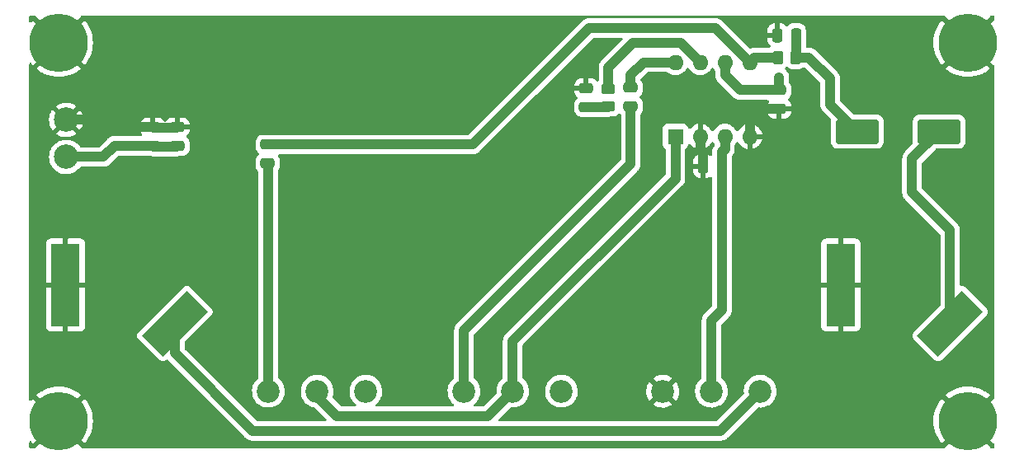
<source format=gbr>
%TF.GenerationSoftware,KiCad,Pcbnew,(6.0.0-0)*%
%TF.CreationDate,2022-11-16T00:40:35-05:00*%
%TF.ProjectId,amplifier,616d706c-6966-4696-9572-2e6b69636164,rev?*%
%TF.SameCoordinates,Original*%
%TF.FileFunction,Copper,L1,Top*%
%TF.FilePolarity,Positive*%
%FSLAX46Y46*%
G04 Gerber Fmt 4.6, Leading zero omitted, Abs format (unit mm)*
G04 Created by KiCad (PCBNEW (6.0.0-0)) date 2022-11-16 00:40:35*
%MOMM*%
%LPD*%
G01*
G04 APERTURE LIST*
G04 Aperture macros list*
%AMRoundRect*
0 Rectangle with rounded corners*
0 $1 Rounding radius*
0 $2 $3 $4 $5 $6 $7 $8 $9 X,Y pos of 4 corners*
0 Add a 4 corners polygon primitive as box body*
4,1,4,$2,$3,$4,$5,$6,$7,$8,$9,$2,$3,0*
0 Add four circle primitives for the rounded corners*
1,1,$1+$1,$2,$3*
1,1,$1+$1,$4,$5*
1,1,$1+$1,$6,$7*
1,1,$1+$1,$8,$9*
0 Add four rect primitives between the rounded corners*
20,1,$1+$1,$2,$3,$4,$5,0*
20,1,$1+$1,$4,$5,$6,$7,0*
20,1,$1+$1,$6,$7,$8,$9,0*
20,1,$1+$1,$8,$9,$2,$3,0*%
%AMRotRect*
0 Rectangle, with rotation*
0 The origin of the aperture is its center*
0 $1 length*
0 $2 width*
0 $3 Rotation angle, in degrees counterclockwise*
0 Add horizontal line*
21,1,$1,$2,0,0,$3*%
G04 Aperture macros list end*
%TA.AperFunction,ComponentPad*%
%ADD10C,6.000000*%
%TD*%
%TA.AperFunction,ComponentPad*%
%ADD11C,0.800000*%
%TD*%
%TA.AperFunction,ComponentPad*%
%ADD12R,1.600000X1.600000*%
%TD*%
%TA.AperFunction,ComponentPad*%
%ADD13O,1.600000X1.600000*%
%TD*%
%TA.AperFunction,ComponentPad*%
%ADD14C,2.340000*%
%TD*%
%TA.AperFunction,SMDPad,CuDef*%
%ADD15RoundRect,0.250000X0.262500X0.450000X-0.262500X0.450000X-0.262500X-0.450000X0.262500X-0.450000X0*%
%TD*%
%TA.AperFunction,SMDPad,CuDef*%
%ADD16RoundRect,0.250000X-0.450000X0.262500X-0.450000X-0.262500X0.450000X-0.262500X0.450000X0.262500X0*%
%TD*%
%TA.AperFunction,ComponentPad*%
%ADD17R,3.000000X8.500000*%
%TD*%
%TA.AperFunction,ComponentPad*%
%ADD18RotRect,3.000000X6.500000X315.000000*%
%TD*%
%TA.AperFunction,ComponentPad*%
%ADD19C,2.500000*%
%TD*%
%TA.AperFunction,SMDPad,CuDef*%
%ADD20RoundRect,0.250000X-1.950000X-1.000000X1.950000X-1.000000X1.950000X1.000000X-1.950000X1.000000X0*%
%TD*%
%TA.AperFunction,SMDPad,CuDef*%
%ADD21RoundRect,0.250000X0.250000X0.475000X-0.250000X0.475000X-0.250000X-0.475000X0.250000X-0.475000X0*%
%TD*%
%TA.AperFunction,SMDPad,CuDef*%
%ADD22RoundRect,0.250000X-0.475000X0.250000X-0.475000X-0.250000X0.475000X-0.250000X0.475000X0.250000X0*%
%TD*%
%TA.AperFunction,SMDPad,CuDef*%
%ADD23RoundRect,0.250000X0.475000X-0.250000X0.475000X0.250000X-0.475000X0.250000X-0.475000X-0.250000X0*%
%TD*%
%TA.AperFunction,SMDPad,CuDef*%
%ADD24RoundRect,0.250000X-0.250000X-0.475000X0.250000X-0.475000X0.250000X0.475000X-0.250000X0.475000X0*%
%TD*%
%TA.AperFunction,ViaPad*%
%ADD25C,0.800000*%
%TD*%
%TA.AperFunction,Conductor*%
%ADD26C,1.000000*%
%TD*%
G04 APERTURE END LIST*
D10*
%TO.P,H4,1,1*%
%TO.N,GND*%
X165125000Y-121412000D03*
D11*
X167375000Y-121412000D03*
X166715990Y-123002990D03*
X165125000Y-123662000D03*
X163534010Y-123002990D03*
X162875000Y-121412000D03*
X163534010Y-119821010D03*
X165125000Y-119162000D03*
X166715990Y-119821010D03*
%TD*%
D10*
%TO.P,H3,1,1*%
%TO.N,GND*%
X71861000Y-121412000D03*
D11*
X74111000Y-121412000D03*
X73451990Y-123002990D03*
X71861000Y-123662000D03*
X70270010Y-123002990D03*
X69611000Y-121412000D03*
X70270010Y-119821010D03*
X71861000Y-119162000D03*
X73451990Y-119821010D03*
%TD*%
D10*
%TO.P,H2,1,1*%
%TO.N,GND*%
X71861000Y-160274000D03*
D11*
X74111000Y-160274000D03*
X73451990Y-161864990D03*
X71861000Y-162524000D03*
X70270010Y-161864990D03*
X69611000Y-160274000D03*
X70270010Y-158683010D03*
X71861000Y-158024000D03*
X73451990Y-158683010D03*
%TD*%
D10*
%TO.P,H1,1,1*%
%TO.N,GND*%
X165125000Y-160274000D03*
D11*
X167375000Y-160274000D03*
X166715990Y-161864990D03*
X165125000Y-162524000D03*
X163534010Y-161864990D03*
X162875000Y-160274000D03*
X163534010Y-158683010D03*
X165125000Y-158024000D03*
X166715990Y-158683010D03*
%TD*%
D12*
%TO.P,U1,1,GAIN*%
%TO.N,Net-(RV2-Pad2)*%
X135138000Y-131054000D03*
D13*
%TO.P,U1,5*%
%TO.N,Net-(C7-Pad1)*%
X142758000Y-123434000D03*
%TO.P,U1,2,-*%
%TO.N,GND*%
X137678000Y-131054000D03*
%TO.P,U1,6,V+*%
%TO.N,+12V*%
X140218000Y-123434000D03*
%TO.P,U1,3,+*%
%TO.N,Net-(C3-Pad2)*%
X140218000Y-131054000D03*
%TO.P,U1,7,BYPASS*%
%TO.N,Net-(R1-Pad1)*%
X137678000Y-123434000D03*
%TO.P,U1,4,GND*%
%TO.N,GND*%
X142758000Y-131054000D03*
%TO.P,U1,8,GAIN*%
%TO.N,Net-(C6-Pad1)*%
X135138000Y-123434000D03*
%TD*%
D14*
%TO.P,RV3,1,1*%
%TO.N,unconnected-(RV3-Pad1)*%
X103378000Y-157220000D03*
%TO.P,RV3,2,2*%
%TO.N,Net-(RV2-Pad2)*%
X98378000Y-157220000D03*
%TO.P,RV3,3,3*%
%TO.N,Net-(C7-Pad2)*%
X93378000Y-157220000D03*
%TD*%
%TO.P,RV2,1,1*%
%TO.N,unconnected-(RV2-Pad1)*%
X123444000Y-157220000D03*
%TO.P,RV2,2,2*%
%TO.N,Net-(RV2-Pad2)*%
X118444000Y-157220000D03*
%TO.P,RV2,3,3*%
%TO.N,Net-(C6-Pad2)*%
X113444000Y-157220000D03*
%TD*%
%TO.P,RV1,1,1*%
%TO.N,/AUDIO_IN*%
X143837000Y-157226000D03*
%TO.P,RV1,2,2*%
%TO.N,Net-(C3-Pad2)*%
X138837000Y-157226000D03*
%TO.P,RV1,3,3*%
%TO.N,GND*%
X133837000Y-157226000D03*
%TD*%
D15*
%TO.P,R2,1*%
%TO.N,Net-(C8-Pad1)*%
X147470500Y-122936000D03*
%TO.P,R2,2*%
%TO.N,Net-(C7-Pad1)*%
X145645500Y-122936000D03*
%TD*%
D16*
%TO.P,R1,1*%
%TO.N,Net-(R1-Pad1)*%
X128270000Y-126153500D03*
%TO.P,R1,2*%
%TO.N,Net-(C5-Pad1)*%
X128270000Y-127978500D03*
%TD*%
D17*
%TO.P,J3,S*%
%TO.N,GND*%
X152109000Y-146304000D03*
D18*
%TO.P,J3,T*%
%TO.N,/AUDIO_OUT*%
X163319000Y-150286000D03*
%TD*%
D19*
%TO.P,J2,1,Pin_1*%
%TO.N,GND*%
X72623000Y-129352000D03*
%TO.P,J2,2,Pin_2*%
%TO.N,+12V*%
X72623000Y-133162000D03*
%TD*%
D17*
%TO.P,J1,S*%
%TO.N,GND*%
X72561000Y-146305000D03*
D18*
%TO.P,J1,T*%
%TO.N,/AUDIO_IN*%
X83771000Y-150287000D03*
%TD*%
D20*
%TO.P,C9,1*%
%TO.N,Net-(C8-Pad1)*%
X153788000Y-130556000D03*
%TO.P,C9,2*%
%TO.N,/AUDIO_OUT*%
X162188000Y-130556000D03*
%TD*%
D21*
%TO.P,C8,1*%
%TO.N,Net-(C8-Pad1)*%
X147508000Y-120650000D03*
%TO.P,C8,2*%
%TO.N,GND*%
X145608000Y-120650000D03*
%TD*%
D22*
%TO.P,C7,1*%
%TO.N,Net-(C7-Pad1)*%
X93298000Y-131892000D03*
%TO.P,C7,2*%
%TO.N,Net-(C7-Pad2)*%
X93298000Y-133792000D03*
%TD*%
%TO.P,C6,1*%
%TO.N,Net-(C6-Pad1)*%
X130556000Y-126050000D03*
%TO.P,C6,2*%
%TO.N,Net-(C6-Pad2)*%
X130556000Y-127950000D03*
%TD*%
D23*
%TO.P,C5,1*%
%TO.N,Net-(C5-Pad1)*%
X125984000Y-128016000D03*
%TO.P,C5,2*%
%TO.N,GND*%
X125984000Y-126116000D03*
%TD*%
%TO.P,C4,1*%
%TO.N,GND*%
X145796000Y-128204000D03*
%TO.P,C4,2*%
%TO.N,+12V*%
X145796000Y-126304000D03*
%TD*%
D24*
%TO.P,C3,1*%
%TO.N,GND*%
X137988000Y-134112000D03*
%TO.P,C3,2*%
%TO.N,Net-(C3-Pad2)*%
X139888000Y-134112000D03*
%TD*%
D22*
%TO.P,C2,1*%
%TO.N,GND*%
X84053000Y-130114000D03*
%TO.P,C2,2*%
%TO.N,+12V*%
X84053000Y-132014000D03*
%TD*%
%TO.P,C1,1*%
%TO.N,GND*%
X81513000Y-130114000D03*
%TO.P,C1,2*%
%TO.N,+12V*%
X81513000Y-132014000D03*
%TD*%
D25*
%TO.N,+12V*%
X145796000Y-124968000D03*
%TD*%
D26*
%TO.N,Net-(C8-Pad1)*%
X151019000Y-125111000D02*
X148844000Y-122936000D01*
X151019000Y-127787000D02*
X151019000Y-125111000D01*
X148844000Y-122936000D02*
X147470500Y-122936000D01*
X153788000Y-130556000D02*
X151019000Y-127787000D01*
%TO.N,/AUDIO_OUT*%
X163319000Y-150286000D02*
X163319000Y-140688000D01*
X163319000Y-140688000D02*
X159419000Y-136788000D01*
X159419000Y-136788000D02*
X159419000Y-133325000D01*
X159419000Y-133325000D02*
X162188000Y-130556000D01*
%TO.N,/AUDIO_IN*%
X83771000Y-150287000D02*
X83771000Y-153287000D01*
X83771000Y-153287000D02*
X91774000Y-161290000D01*
X91774000Y-161290000D02*
X139773000Y-161290000D01*
X139773000Y-161290000D02*
X143837000Y-157226000D01*
%TO.N,Net-(C7-Pad1)*%
X126318000Y-119888000D02*
X139212000Y-119888000D01*
X139212000Y-119888000D02*
X142758000Y-123434000D01*
%TO.N,Net-(RV2-Pad2)*%
X118444000Y-157220000D02*
X118444000Y-152066000D01*
X118444000Y-152066000D02*
X135138000Y-135372000D01*
X135138000Y-135372000D02*
X135138000Y-131054000D01*
%TO.N,Net-(C6-Pad2)*%
X113444000Y-157220000D02*
X113444000Y-150970000D01*
X113444000Y-150970000D02*
X130556000Y-133858000D01*
X130556000Y-133858000D02*
X130556000Y-127950000D01*
%TO.N,Net-(C7-Pad1)*%
X114314000Y-131892000D02*
X126318000Y-119888000D01*
X93298000Y-131892000D02*
X114314000Y-131892000D01*
%TO.N,Net-(C7-Pad2)*%
X93378000Y-157220000D02*
X93378000Y-133872000D01*
X93378000Y-133872000D02*
X93298000Y-133792000D01*
%TO.N,Net-(RV2-Pad2)*%
X100410000Y-159766000D02*
X115898000Y-159766000D01*
X115898000Y-159766000D02*
X118444000Y-157220000D01*
%TO.N,Net-(C7-Pad1)*%
X145645500Y-122936000D02*
X143256000Y-122936000D01*
X143256000Y-122936000D02*
X142758000Y-123434000D01*
%TO.N,GND*%
X84053000Y-130114000D02*
X83987000Y-130180000D01*
X83987000Y-130180000D02*
X81579000Y-130180000D01*
X81579000Y-130180000D02*
X81513000Y-130114000D01*
X77703000Y-130114000D02*
X76941000Y-129352000D01*
X81513000Y-130114000D02*
X77703000Y-130114000D01*
X76941000Y-129352000D02*
X72623000Y-129352000D01*
%TO.N,+12V*%
X81579000Y-132080000D02*
X83987000Y-132080000D01*
X81513000Y-132014000D02*
X81579000Y-132080000D01*
X83987000Y-132080000D02*
X84053000Y-132014000D01*
X72623000Y-133162000D02*
X76433000Y-133162000D01*
X77581000Y-132014000D02*
X81513000Y-132014000D01*
X76433000Y-133162000D02*
X77581000Y-132014000D01*
%TO.N,Net-(RV2-Pad2)*%
X97870000Y-157220000D02*
X100416000Y-159766000D01*
%TO.N,Net-(C6-Pad1)*%
X130556000Y-126050000D02*
X130556000Y-124714000D01*
X130556000Y-124714000D02*
X131836000Y-123434000D01*
X131836000Y-123434000D02*
X135138000Y-123434000D01*
%TO.N,Net-(R1-Pad1)*%
X128270000Y-126153500D02*
X128270000Y-123952000D01*
X128270000Y-123952000D02*
X130810000Y-121412000D01*
X130810000Y-121412000D02*
X135656000Y-121412000D01*
X135656000Y-121412000D02*
X137678000Y-123434000D01*
%TO.N,Net-(C5-Pad1)*%
X128232500Y-128016000D02*
X128270000Y-127978500D01*
X125984000Y-128016000D02*
X128232500Y-128016000D01*
%TO.N,Net-(C3-Pad2)*%
X138837000Y-157226000D02*
X138837000Y-149961000D01*
X138837000Y-149961000D02*
X139888000Y-148910000D01*
X139888000Y-148910000D02*
X139888000Y-134112000D01*
%TO.N,Net-(C8-Pad1)*%
X147508000Y-120650000D02*
X147508000Y-122898500D01*
X147508000Y-122898500D02*
X147470500Y-122936000D01*
%TO.N,+12V*%
X145796000Y-126304000D02*
X145796000Y-124968000D01*
X140218000Y-123434000D02*
X140218000Y-124724000D01*
X140218000Y-124724000D02*
X141798000Y-126304000D01*
X141798000Y-126304000D02*
X145796000Y-126304000D01*
%TO.N,GND*%
X145796000Y-128204000D02*
X143830000Y-128204000D01*
X143830000Y-128204000D02*
X142748000Y-129286000D01*
X142748000Y-129286000D02*
X142748000Y-129540000D01*
X142748000Y-129540000D02*
X142758000Y-129550000D01*
X142758000Y-129550000D02*
X142758000Y-131054000D01*
%TO.N,Net-(C3-Pad2)*%
X139888000Y-134112000D02*
X139888000Y-132654000D01*
X139888000Y-132654000D02*
X140218000Y-132324000D01*
X140218000Y-132324000D02*
X140218000Y-131054000D01*
%TO.N,GND*%
X137988000Y-134112000D02*
X137988000Y-132654000D01*
X137668000Y-132334000D02*
X137678000Y-132324000D01*
X137988000Y-132654000D02*
X137668000Y-132334000D01*
X137678000Y-132324000D02*
X137678000Y-131054000D01*
%TD*%
%TA.AperFunction,Conductor*%
%TO.N,GND*%
G36*
X69512882Y-118638002D02*
G01*
X69559375Y-118691658D01*
X69570691Y-118748200D01*
X69570396Y-118757049D01*
X69577234Y-118769024D01*
X71848188Y-121039978D01*
X71862132Y-121047592D01*
X71863965Y-121047461D01*
X71870580Y-121043210D01*
X74143900Y-118769890D01*
X74151514Y-118755946D01*
X74151303Y-118752989D01*
X74166394Y-118683615D01*
X74216596Y-118633413D01*
X74276982Y-118618000D01*
X162708761Y-118618000D01*
X162776882Y-118638002D01*
X162823375Y-118691658D01*
X162834691Y-118748200D01*
X162834396Y-118757049D01*
X162841234Y-118769024D01*
X165112188Y-121039978D01*
X165126132Y-121047592D01*
X165127965Y-121047461D01*
X165134580Y-121043210D01*
X167407900Y-118769890D01*
X167415514Y-118755946D01*
X167415303Y-118752989D01*
X167430394Y-118683615D01*
X167480596Y-118633413D01*
X167540982Y-118618000D01*
X167768000Y-118618000D01*
X167836121Y-118638002D01*
X167882614Y-118691658D01*
X167894000Y-118744000D01*
X167894000Y-118994927D01*
X167873998Y-119063048D01*
X167820342Y-119109541D01*
X167790118Y-119115590D01*
X167767976Y-119128234D01*
X165497022Y-121399188D01*
X165489408Y-121413132D01*
X165489539Y-121414965D01*
X165493790Y-121421580D01*
X167767110Y-123694900D01*
X167800449Y-123713105D01*
X167828384Y-123719182D01*
X167878587Y-123769384D01*
X167894000Y-123829770D01*
X167894000Y-157856927D01*
X167873998Y-157925048D01*
X167820342Y-157971541D01*
X167790118Y-157977590D01*
X167767976Y-157990234D01*
X165497022Y-160261188D01*
X165489408Y-160275132D01*
X165489539Y-160276965D01*
X165493790Y-160283580D01*
X167767110Y-162556900D01*
X167800449Y-162575105D01*
X167828384Y-162581182D01*
X167878587Y-162631384D01*
X167894000Y-162691770D01*
X167894000Y-162942000D01*
X167873998Y-163010121D01*
X167820342Y-163056614D01*
X167768000Y-163068000D01*
X167541239Y-163068000D01*
X167473118Y-163047998D01*
X167426625Y-162994342D01*
X167415309Y-162937800D01*
X167415604Y-162928951D01*
X167408766Y-162916976D01*
X165137812Y-160646022D01*
X165123868Y-160638408D01*
X165122035Y-160638539D01*
X165115420Y-160642790D01*
X162842100Y-162916110D01*
X162834486Y-162930054D01*
X162834697Y-162933011D01*
X162819606Y-163002385D01*
X162769404Y-163052587D01*
X162709018Y-163068000D01*
X74277239Y-163068000D01*
X74209118Y-163047998D01*
X74162625Y-162994342D01*
X74151309Y-162937800D01*
X74151604Y-162928951D01*
X74144766Y-162916976D01*
X71873812Y-160646022D01*
X71859868Y-160638408D01*
X71858035Y-160638539D01*
X71851420Y-160642790D01*
X69578100Y-162916110D01*
X69570486Y-162930054D01*
X69570697Y-162933011D01*
X69555606Y-163002385D01*
X69505404Y-163052587D01*
X69445018Y-163068000D01*
X68960000Y-163068000D01*
X68891879Y-163047998D01*
X68845386Y-162994342D01*
X68834000Y-162942000D01*
X68834000Y-162466046D01*
X68854002Y-162397925D01*
X68907658Y-162351432D01*
X68977932Y-162341328D01*
X69042512Y-162370822D01*
X69057921Y-162386752D01*
X69194678Y-162555634D01*
X69206933Y-162564100D01*
X69218024Y-162557766D01*
X71488978Y-160286812D01*
X71495356Y-160275132D01*
X72225408Y-160275132D01*
X72225539Y-160276965D01*
X72229790Y-160283580D01*
X74503110Y-162556900D01*
X74516186Y-162564040D01*
X74526554Y-162556582D01*
X74700854Y-162341338D01*
X74704721Y-162336016D01*
X74901387Y-162033177D01*
X74904683Y-162027468D01*
X75068620Y-161705725D01*
X75071296Y-161699714D01*
X75200700Y-161362605D01*
X75202740Y-161356328D01*
X75296198Y-161007537D01*
X75297567Y-161001099D01*
X75354055Y-160644440D01*
X75354743Y-160637896D01*
X75373641Y-160277301D01*
X75373641Y-160270699D01*
X75354743Y-159910104D01*
X75354055Y-159903560D01*
X75297567Y-159546901D01*
X75296198Y-159540463D01*
X75202740Y-159191672D01*
X75200700Y-159185395D01*
X75071296Y-158848286D01*
X75068620Y-158842275D01*
X74904683Y-158520532D01*
X74901387Y-158514823D01*
X74704721Y-158211984D01*
X74700854Y-158206662D01*
X74527322Y-157992366D01*
X74515067Y-157983900D01*
X74503976Y-157990234D01*
X72233022Y-160261188D01*
X72225408Y-160275132D01*
X71495356Y-160275132D01*
X71496592Y-160272868D01*
X71496461Y-160271035D01*
X71492210Y-160264420D01*
X69218890Y-157991100D01*
X69205814Y-157983960D01*
X69195446Y-157991418D01*
X69057921Y-158161248D01*
X68999507Y-158201600D01*
X68928549Y-158203966D01*
X68867578Y-158167593D01*
X68835949Y-158104031D01*
X68834000Y-158081954D01*
X68834000Y-157619933D01*
X69570900Y-157619933D01*
X69577234Y-157631024D01*
X71848188Y-159901978D01*
X71862132Y-159909592D01*
X71863965Y-159909461D01*
X71870580Y-159905210D01*
X74143900Y-157631890D01*
X74151040Y-157618814D01*
X74143582Y-157608446D01*
X73928338Y-157434146D01*
X73923016Y-157430279D01*
X73620177Y-157233613D01*
X73614468Y-157230317D01*
X73292725Y-157066380D01*
X73286714Y-157063704D01*
X72949605Y-156934300D01*
X72943328Y-156932260D01*
X72594537Y-156838802D01*
X72588099Y-156837433D01*
X72231440Y-156780945D01*
X72224896Y-156780257D01*
X71864301Y-156761359D01*
X71857699Y-156761359D01*
X71497104Y-156780257D01*
X71490560Y-156780945D01*
X71133901Y-156837433D01*
X71127463Y-156838802D01*
X70778672Y-156932260D01*
X70772395Y-156934300D01*
X70435286Y-157063704D01*
X70429275Y-157066380D01*
X70107532Y-157230317D01*
X70101823Y-157233613D01*
X69798984Y-157430279D01*
X69793662Y-157434146D01*
X69579366Y-157607678D01*
X69570900Y-157619933D01*
X68834000Y-157619933D01*
X68834000Y-151524437D01*
X79898514Y-151524437D01*
X79919163Y-151668623D01*
X79979450Y-151801219D01*
X79984397Y-151807372D01*
X79984399Y-151807375D01*
X80005187Y-151833229D01*
X80018643Y-151849965D01*
X82208035Y-154039357D01*
X82210697Y-154041497D01*
X82250625Y-154073601D01*
X82250628Y-154073603D01*
X82256781Y-154078550D01*
X82389377Y-154138837D01*
X82398260Y-154140109D01*
X82398263Y-154140110D01*
X82524674Y-154158213D01*
X82533563Y-154159486D01*
X82542452Y-154158213D01*
X82668863Y-154140110D01*
X82668866Y-154140109D01*
X82677749Y-154138837D01*
X82810345Y-154078550D01*
X82816498Y-154073603D01*
X82816501Y-154073601D01*
X82856429Y-154041497D01*
X82859091Y-154039357D01*
X82886285Y-154012163D01*
X82948597Y-153978137D01*
X83019412Y-153983202D01*
X83055695Y-154004173D01*
X83087262Y-154030287D01*
X83096042Y-154038277D01*
X91017145Y-161959379D01*
X91026247Y-161969522D01*
X91049968Y-161999025D01*
X91054696Y-162002992D01*
X91088421Y-162031291D01*
X91092069Y-162034472D01*
X91093881Y-162036115D01*
X91096075Y-162038309D01*
X91129349Y-162065642D01*
X91130147Y-162066304D01*
X91201474Y-162126154D01*
X91206144Y-162128722D01*
X91210261Y-162132103D01*
X91230079Y-162142729D01*
X91292086Y-162175977D01*
X91293245Y-162176606D01*
X91369381Y-162218462D01*
X91369389Y-162218465D01*
X91374787Y-162221433D01*
X91379869Y-162223045D01*
X91384563Y-162225562D01*
X91473531Y-162252762D01*
X91474559Y-162253082D01*
X91563306Y-162281235D01*
X91568602Y-162281829D01*
X91573698Y-162283387D01*
X91666257Y-162292790D01*
X91667393Y-162292911D01*
X91701008Y-162296681D01*
X91713730Y-162298108D01*
X91713734Y-162298108D01*
X91717227Y-162298500D01*
X91720754Y-162298500D01*
X91721739Y-162298555D01*
X91727419Y-162299002D01*
X91756825Y-162301989D01*
X91764337Y-162302752D01*
X91764339Y-162302752D01*
X91770462Y-162303374D01*
X91816108Y-162299059D01*
X91827967Y-162298500D01*
X139711157Y-162298500D01*
X139724764Y-162299237D01*
X139756262Y-162302659D01*
X139756267Y-162302659D01*
X139762388Y-162303324D01*
X139788638Y-162301027D01*
X139812388Y-162298950D01*
X139817214Y-162298621D01*
X139819686Y-162298500D01*
X139822769Y-162298500D01*
X139834738Y-162297326D01*
X139865506Y-162294310D01*
X139866819Y-162294188D01*
X139911084Y-162290315D01*
X139959413Y-162286087D01*
X139964532Y-162284600D01*
X139969833Y-162284080D01*
X140058834Y-162257209D01*
X140059967Y-162256874D01*
X140143414Y-162232630D01*
X140143418Y-162232628D01*
X140149336Y-162230909D01*
X140154068Y-162228456D01*
X140159169Y-162226916D01*
X140166173Y-162223192D01*
X140241260Y-162183269D01*
X140242426Y-162182657D01*
X140319453Y-162142729D01*
X140324926Y-162139892D01*
X140329089Y-162136569D01*
X140333796Y-162134066D01*
X140405918Y-162075245D01*
X140406774Y-162074554D01*
X140445973Y-162043262D01*
X140448477Y-162040758D01*
X140449195Y-162040116D01*
X140453528Y-162036415D01*
X140487062Y-162009065D01*
X140516288Y-161973737D01*
X140524277Y-161964958D01*
X142211933Y-160277301D01*
X161612359Y-160277301D01*
X161631257Y-160637896D01*
X161631945Y-160644440D01*
X161688433Y-161001099D01*
X161689802Y-161007537D01*
X161783260Y-161356328D01*
X161785300Y-161362605D01*
X161914704Y-161699714D01*
X161917380Y-161705725D01*
X162081317Y-162027468D01*
X162084613Y-162033177D01*
X162281279Y-162336016D01*
X162285146Y-162341338D01*
X162458678Y-162555634D01*
X162470933Y-162564100D01*
X162482024Y-162557766D01*
X164752978Y-160286812D01*
X164760592Y-160272868D01*
X164760461Y-160271035D01*
X164756210Y-160264420D01*
X162482890Y-157991100D01*
X162469814Y-157983960D01*
X162459446Y-157991418D01*
X162285146Y-158206662D01*
X162281279Y-158211984D01*
X162084613Y-158514823D01*
X162081317Y-158520532D01*
X161917380Y-158842275D01*
X161914704Y-158848286D01*
X161785300Y-159185395D01*
X161783260Y-159191672D01*
X161689802Y-159540463D01*
X161688433Y-159546901D01*
X161631945Y-159903560D01*
X161631257Y-159910104D01*
X161612359Y-160270699D01*
X161612359Y-160277301D01*
X142211933Y-160277301D01*
X143553978Y-158935256D01*
X143616290Y-158901230D01*
X143648016Y-158898448D01*
X143774789Y-158903429D01*
X143891075Y-158907999D01*
X143891081Y-158907999D01*
X143895743Y-158908182D01*
X143985181Y-158898387D01*
X144139087Y-158881532D01*
X144139092Y-158881531D01*
X144143740Y-158881022D01*
X144150140Y-158879337D01*
X144380476Y-158818694D01*
X144380478Y-158818693D01*
X144384999Y-158817503D01*
X144390399Y-158815183D01*
X144609924Y-158720868D01*
X144609926Y-158720867D01*
X144614218Y-158719023D01*
X144716679Y-158655618D01*
X144822391Y-158590202D01*
X144822395Y-158590199D01*
X144826364Y-158587743D01*
X144905757Y-158520532D01*
X145013209Y-158429567D01*
X145013210Y-158429566D01*
X145016775Y-158426548D01*
X145098316Y-158333569D01*
X145178187Y-158242494D01*
X145178191Y-158242489D01*
X145181269Y-158238979D01*
X145185129Y-158232979D01*
X145313703Y-158033087D01*
X145316231Y-158029157D01*
X145418697Y-157801691D01*
X145421659Y-157791188D01*
X145469958Y-157619933D01*
X162834900Y-157619933D01*
X162841234Y-157631024D01*
X165112188Y-159901978D01*
X165126132Y-159909592D01*
X165127965Y-159909461D01*
X165134580Y-159905210D01*
X167407900Y-157631890D01*
X167415040Y-157618814D01*
X167407582Y-157608446D01*
X167192338Y-157434146D01*
X167187016Y-157430279D01*
X166884177Y-157233613D01*
X166878468Y-157230317D01*
X166556725Y-157066380D01*
X166550714Y-157063704D01*
X166213605Y-156934300D01*
X166207328Y-156932260D01*
X165858537Y-156838802D01*
X165852099Y-156837433D01*
X165495440Y-156780945D01*
X165488896Y-156780257D01*
X165128301Y-156761359D01*
X165121699Y-156761359D01*
X164761104Y-156780257D01*
X164754560Y-156780945D01*
X164397901Y-156837433D01*
X164391463Y-156838802D01*
X164042672Y-156932260D01*
X164036395Y-156934300D01*
X163699286Y-157063704D01*
X163693275Y-157066380D01*
X163371532Y-157230317D01*
X163365823Y-157233613D01*
X163062984Y-157430279D01*
X163057662Y-157434146D01*
X162843366Y-157607678D01*
X162834900Y-157619933D01*
X145469958Y-157619933D01*
X145485146Y-157566082D01*
X145485147Y-157566079D01*
X145486416Y-157561578D01*
X145496549Y-157481923D01*
X145517502Y-157317222D01*
X145517502Y-157317218D01*
X145517900Y-157314092D01*
X145517984Y-157310909D01*
X145519243Y-157262828D01*
X145520207Y-157226000D01*
X145501718Y-156977206D01*
X145446659Y-156733878D01*
X145432164Y-156696605D01*
X145357931Y-156505714D01*
X145357930Y-156505712D01*
X145356238Y-156501361D01*
X145331494Y-156458067D01*
X145310285Y-156420959D01*
X145232442Y-156284763D01*
X145077990Y-156088842D01*
X144896276Y-155917902D01*
X144695751Y-155778793D01*
X144695130Y-155778362D01*
X144695125Y-155778359D01*
X144691292Y-155775700D01*
X144687110Y-155773637D01*
X144687102Y-155773633D01*
X144471728Y-155667423D01*
X144471725Y-155667422D01*
X144467540Y-155665358D01*
X144455248Y-155661423D01*
X144415020Y-155648546D01*
X144229937Y-155589300D01*
X144225330Y-155588550D01*
X144225327Y-155588549D01*
X143988312Y-155549949D01*
X143988313Y-155549949D01*
X143983701Y-155549198D01*
X143862753Y-155547615D01*
X143738920Y-155545994D01*
X143738917Y-155545994D01*
X143734243Y-155545933D01*
X143487042Y-155579575D01*
X143482556Y-155580883D01*
X143482554Y-155580883D01*
X143454576Y-155589038D01*
X143247528Y-155649387D01*
X143243275Y-155651347D01*
X143243274Y-155651348D01*
X143228986Y-155657935D01*
X143020965Y-155753834D01*
X143017056Y-155756397D01*
X142816242Y-155888056D01*
X142816237Y-155888060D01*
X142812329Y-155890622D01*
X142719265Y-155973684D01*
X142636417Y-156047629D01*
X142626202Y-156056746D01*
X142466675Y-156248557D01*
X142337252Y-156461840D01*
X142335443Y-156466154D01*
X142335442Y-156466156D01*
X142322290Y-156497521D01*
X142240775Y-156691911D01*
X142239624Y-156696443D01*
X142239623Y-156696446D01*
X142231185Y-156729671D01*
X142179365Y-156933714D01*
X142154370Y-157181939D01*
X142154594Y-157186606D01*
X142154594Y-157186611D01*
X142165464Y-157412921D01*
X142148753Y-157481923D01*
X142128704Y-157508061D01*
X139392171Y-160244595D01*
X139329859Y-160278621D01*
X139303076Y-160281500D01*
X117112925Y-160281500D01*
X117044804Y-160261498D01*
X116998311Y-160207842D01*
X116988207Y-160137568D01*
X117017701Y-160072988D01*
X117023830Y-160066405D01*
X118160978Y-158929256D01*
X118223290Y-158895231D01*
X118255016Y-158892448D01*
X118371292Y-158897017D01*
X118498075Y-158901999D01*
X118498081Y-158901999D01*
X118502743Y-158902182D01*
X118600134Y-158891516D01*
X118746087Y-158875532D01*
X118746092Y-158875531D01*
X118750740Y-158875022D01*
X118846440Y-158849826D01*
X118987476Y-158812694D01*
X118987478Y-158812693D01*
X118991999Y-158811503D01*
X119087001Y-158770687D01*
X119216924Y-158714868D01*
X119216926Y-158714867D01*
X119221218Y-158713023D01*
X119331667Y-158644675D01*
X119429391Y-158584202D01*
X119429395Y-158584199D01*
X119433364Y-158581743D01*
X119519667Y-158508682D01*
X119620209Y-158423567D01*
X119620210Y-158423566D01*
X119623775Y-158420548D01*
X119700054Y-158333569D01*
X119785187Y-158236494D01*
X119785191Y-158236489D01*
X119788269Y-158232979D01*
X119801774Y-158211984D01*
X119871211Y-158104031D01*
X119923231Y-158023157D01*
X120025697Y-157795691D01*
X120058265Y-157680213D01*
X120092146Y-157560082D01*
X120092147Y-157560079D01*
X120093416Y-157555578D01*
X120124900Y-157308092D01*
X120127207Y-157220000D01*
X120123933Y-157175939D01*
X121761370Y-157175939D01*
X121761594Y-157180606D01*
X121761594Y-157180611D01*
X121764390Y-157238810D01*
X121773339Y-157425131D01*
X121822010Y-157669818D01*
X121906314Y-157904622D01*
X122024398Y-158124386D01*
X122027193Y-158128130D01*
X122027195Y-158128132D01*
X122051924Y-158161248D01*
X122173668Y-158324283D01*
X122350844Y-158499921D01*
X122354606Y-158502679D01*
X122354609Y-158502682D01*
X122474322Y-158590458D01*
X122552036Y-158647440D01*
X122556171Y-158649616D01*
X122556175Y-158649618D01*
X122672009Y-158710561D01*
X122772823Y-158763602D01*
X123008354Y-158845853D01*
X123012947Y-158846725D01*
X123248867Y-158891516D01*
X123248870Y-158891516D01*
X123253456Y-158892387D01*
X123371292Y-158897017D01*
X123498075Y-158901999D01*
X123498081Y-158901999D01*
X123502743Y-158902182D01*
X123600134Y-158891516D01*
X123746087Y-158875532D01*
X123746092Y-158875531D01*
X123750740Y-158875022D01*
X123846440Y-158849826D01*
X123987476Y-158812694D01*
X123987478Y-158812693D01*
X123991999Y-158811503D01*
X124087001Y-158770687D01*
X124216924Y-158714868D01*
X124216926Y-158714867D01*
X124221218Y-158713023D01*
X124331667Y-158644675D01*
X124429391Y-158584202D01*
X124429395Y-158584199D01*
X124433364Y-158581743D01*
X124437909Y-158577895D01*
X132849851Y-158577895D01*
X132858563Y-158589415D01*
X132941529Y-158650249D01*
X132949444Y-158655194D01*
X133161873Y-158766959D01*
X133170447Y-158770687D01*
X133397067Y-158849826D01*
X133406077Y-158852240D01*
X133641923Y-158897017D01*
X133651180Y-158898071D01*
X133891058Y-158907497D01*
X133900372Y-158907171D01*
X134138996Y-158881038D01*
X134148173Y-158879337D01*
X134380312Y-158818220D01*
X134389132Y-158815183D01*
X134609693Y-158720423D01*
X134617965Y-158716116D01*
X134821026Y-158590458D01*
X134827751Y-158580253D01*
X134821688Y-158569899D01*
X133849810Y-157598020D01*
X133835869Y-157590408D01*
X133834034Y-157590539D01*
X133827420Y-157594790D01*
X132856509Y-158565702D01*
X132849851Y-158577895D01*
X124437909Y-158577895D01*
X124519667Y-158508682D01*
X124620209Y-158423567D01*
X124620210Y-158423566D01*
X124623775Y-158420548D01*
X124700054Y-158333569D01*
X124785187Y-158236494D01*
X124785191Y-158236489D01*
X124788269Y-158232979D01*
X124801774Y-158211984D01*
X124871211Y-158104031D01*
X124923231Y-158023157D01*
X125025697Y-157795691D01*
X125058265Y-157680213D01*
X125092146Y-157560082D01*
X125092147Y-157560079D01*
X125093416Y-157555578D01*
X125124900Y-157308092D01*
X125127207Y-157220000D01*
X125124727Y-157186624D01*
X132155096Y-157186624D01*
X132166614Y-157426398D01*
X132167751Y-157435658D01*
X132214581Y-157671095D01*
X132217075Y-157680088D01*
X132298189Y-157906009D01*
X132301989Y-157914544D01*
X132415607Y-158125996D01*
X132420618Y-158133863D01*
X132473609Y-158204826D01*
X132484867Y-158213275D01*
X132497286Y-158206503D01*
X133464980Y-157238810D01*
X133471357Y-157227131D01*
X134201408Y-157227131D01*
X134201539Y-157228966D01*
X134205790Y-157235580D01*
X135179024Y-158208813D01*
X135191404Y-158215573D01*
X135199745Y-158209330D01*
X135313265Y-158032843D01*
X135317708Y-158024659D01*
X135416304Y-157805783D01*
X135419494Y-157797018D01*
X135484654Y-157565981D01*
X135486514Y-157556839D01*
X135517001Y-157317196D01*
X135517482Y-157310909D01*
X135519622Y-157229160D01*
X135519471Y-157222851D01*
X135516431Y-157181939D01*
X137154370Y-157181939D01*
X137154594Y-157186606D01*
X137154594Y-157186611D01*
X137160278Y-157304936D01*
X137166339Y-157431131D01*
X137215010Y-157675818D01*
X137299314Y-157910622D01*
X137417398Y-158130386D01*
X137566668Y-158330283D01*
X137743844Y-158505921D01*
X137747606Y-158508679D01*
X137747609Y-158508682D01*
X137859139Y-158590458D01*
X137945036Y-158653440D01*
X137949171Y-158655616D01*
X137949175Y-158655618D01*
X138053605Y-158710561D01*
X138165823Y-158769602D01*
X138280523Y-158809657D01*
X138395550Y-158849826D01*
X138401354Y-158851853D01*
X138405947Y-158852725D01*
X138641867Y-158897516D01*
X138641870Y-158897516D01*
X138646456Y-158898387D01*
X138771100Y-158903285D01*
X138891075Y-158907999D01*
X138891081Y-158907999D01*
X138895743Y-158908182D01*
X138985181Y-158898387D01*
X139139087Y-158881532D01*
X139139092Y-158881531D01*
X139143740Y-158881022D01*
X139150140Y-158879337D01*
X139380476Y-158818694D01*
X139380478Y-158818693D01*
X139384999Y-158817503D01*
X139390399Y-158815183D01*
X139609924Y-158720868D01*
X139609926Y-158720867D01*
X139614218Y-158719023D01*
X139716679Y-158655618D01*
X139822391Y-158590202D01*
X139822395Y-158590199D01*
X139826364Y-158587743D01*
X139905757Y-158520532D01*
X140013209Y-158429567D01*
X140013210Y-158429566D01*
X140016775Y-158426548D01*
X140098316Y-158333569D01*
X140178187Y-158242494D01*
X140178191Y-158242489D01*
X140181269Y-158238979D01*
X140185129Y-158232979D01*
X140313703Y-158033087D01*
X140316231Y-158029157D01*
X140418697Y-157801691D01*
X140421659Y-157791188D01*
X140485146Y-157566082D01*
X140485147Y-157566079D01*
X140486416Y-157561578D01*
X140496549Y-157481923D01*
X140517502Y-157317222D01*
X140517502Y-157317218D01*
X140517900Y-157314092D01*
X140517984Y-157310909D01*
X140519243Y-157262828D01*
X140520207Y-157226000D01*
X140501718Y-156977206D01*
X140446659Y-156733878D01*
X140432164Y-156696605D01*
X140357931Y-156505714D01*
X140357930Y-156505712D01*
X140356238Y-156501361D01*
X140331494Y-156458067D01*
X140310285Y-156420959D01*
X140232442Y-156284763D01*
X140077990Y-156088842D01*
X139896276Y-155917902D01*
X139892433Y-155915236D01*
X139892205Y-155915051D01*
X139851853Y-155856636D01*
X139845500Y-155817131D01*
X139845500Y-150598669D01*
X150101001Y-150598669D01*
X150101371Y-150605490D01*
X150106895Y-150656352D01*
X150110521Y-150671604D01*
X150155676Y-150792054D01*
X150164214Y-150807649D01*
X150240715Y-150909724D01*
X150253276Y-150922285D01*
X150355351Y-150998786D01*
X150370946Y-151007324D01*
X150491394Y-151052478D01*
X150506649Y-151056105D01*
X150557514Y-151061631D01*
X150564328Y-151062000D01*
X151836885Y-151062000D01*
X151852124Y-151057525D01*
X151853329Y-151056135D01*
X151855000Y-151048452D01*
X151855000Y-151043884D01*
X152363000Y-151043884D01*
X152367475Y-151059123D01*
X152368865Y-151060328D01*
X152376548Y-151061999D01*
X153653669Y-151061999D01*
X153660490Y-151061629D01*
X153711352Y-151056105D01*
X153726604Y-151052479D01*
X153847054Y-151007324D01*
X153862649Y-150998786D01*
X153964724Y-150922285D01*
X153977285Y-150909724D01*
X154053786Y-150807649D01*
X154062324Y-150792054D01*
X154107478Y-150671606D01*
X154111105Y-150656351D01*
X154116631Y-150605486D01*
X154117000Y-150598672D01*
X154117000Y-146576115D01*
X154112525Y-146560876D01*
X154111135Y-146559671D01*
X154103452Y-146558000D01*
X152381115Y-146558000D01*
X152365876Y-146562475D01*
X152364671Y-146563865D01*
X152363000Y-146571548D01*
X152363000Y-151043884D01*
X151855000Y-151043884D01*
X151855000Y-146576115D01*
X151850525Y-146560876D01*
X151849135Y-146559671D01*
X151841452Y-146558000D01*
X150119116Y-146558000D01*
X150103877Y-146562475D01*
X150102672Y-146563865D01*
X150101001Y-146571548D01*
X150101001Y-150598669D01*
X139845500Y-150598669D01*
X139845500Y-150430925D01*
X139865502Y-150362804D01*
X139882405Y-150341830D01*
X140557384Y-149666851D01*
X140567527Y-149657749D01*
X140592218Y-149637897D01*
X140597025Y-149634032D01*
X140629312Y-149595554D01*
X140632467Y-149591938D01*
X140634123Y-149590112D01*
X140636309Y-149587926D01*
X140638264Y-149585546D01*
X140638273Y-149585536D01*
X140663576Y-149554732D01*
X140664418Y-149553717D01*
X140720194Y-149487245D01*
X140724154Y-149482526D01*
X140726723Y-149477852D01*
X140730102Y-149473739D01*
X140773975Y-149391915D01*
X140774584Y-149390793D01*
X140776179Y-149387893D01*
X140810015Y-149326345D01*
X140816464Y-149314614D01*
X140816465Y-149314612D01*
X140819433Y-149309213D01*
X140821045Y-149304131D01*
X140823562Y-149299437D01*
X140850762Y-149210469D01*
X140851108Y-149209358D01*
X140851230Y-149208976D01*
X140879235Y-149120694D01*
X140879829Y-149115398D01*
X140881387Y-149110302D01*
X140890785Y-149017778D01*
X140890905Y-149016658D01*
X140896500Y-148966773D01*
X140896500Y-148963246D01*
X140896556Y-148962243D01*
X140897003Y-148956559D01*
X140901373Y-148913538D01*
X140897059Y-148867899D01*
X140896500Y-148856043D01*
X140896500Y-146031885D01*
X150101000Y-146031885D01*
X150105475Y-146047124D01*
X150106865Y-146048329D01*
X150114548Y-146050000D01*
X151836885Y-146050000D01*
X151852124Y-146045525D01*
X151853329Y-146044135D01*
X151855000Y-146036452D01*
X151855000Y-146031885D01*
X152363000Y-146031885D01*
X152367475Y-146047124D01*
X152368865Y-146048329D01*
X152376548Y-146050000D01*
X154098884Y-146050000D01*
X154114123Y-146045525D01*
X154115328Y-146044135D01*
X154116999Y-146036452D01*
X154116999Y-142009331D01*
X154116629Y-142002510D01*
X154111105Y-141951648D01*
X154107479Y-141936396D01*
X154062324Y-141815946D01*
X154053786Y-141800351D01*
X153977285Y-141698276D01*
X153964724Y-141685715D01*
X153862649Y-141609214D01*
X153847054Y-141600676D01*
X153726606Y-141555522D01*
X153711351Y-141551895D01*
X153660486Y-141546369D01*
X153653672Y-141546000D01*
X152381115Y-141546000D01*
X152365876Y-141550475D01*
X152364671Y-141551865D01*
X152363000Y-141559548D01*
X152363000Y-146031885D01*
X151855000Y-146031885D01*
X151855000Y-141564116D01*
X151850525Y-141548877D01*
X151849135Y-141547672D01*
X151841452Y-141546001D01*
X150564331Y-141546001D01*
X150557510Y-141546371D01*
X150506648Y-141551895D01*
X150491396Y-141555521D01*
X150370946Y-141600676D01*
X150355351Y-141609214D01*
X150253276Y-141685715D01*
X150240715Y-141698276D01*
X150164214Y-141800351D01*
X150155676Y-141815946D01*
X150110522Y-141936394D01*
X150106895Y-141951649D01*
X150101369Y-142002514D01*
X150101000Y-142009328D01*
X150101000Y-146031885D01*
X140896500Y-146031885D01*
X140896500Y-133321462D01*
X158405626Y-133321462D01*
X158406206Y-133327593D01*
X158409941Y-133367109D01*
X158410500Y-133378967D01*
X158410500Y-136726157D01*
X158409763Y-136739764D01*
X158405676Y-136777388D01*
X158406213Y-136783523D01*
X158410050Y-136827388D01*
X158410379Y-136832214D01*
X158410500Y-136834686D01*
X158410500Y-136837769D01*
X158410801Y-136840837D01*
X158414690Y-136880506D01*
X158414812Y-136881819D01*
X158422913Y-136974413D01*
X158424400Y-136979532D01*
X158424920Y-136984833D01*
X158451791Y-137073834D01*
X158452126Y-137074967D01*
X158478091Y-137164336D01*
X158480544Y-137169068D01*
X158482084Y-137174169D01*
X158484978Y-137179612D01*
X158525731Y-137256260D01*
X158526343Y-137257426D01*
X158569108Y-137339926D01*
X158572431Y-137344089D01*
X158574934Y-137348796D01*
X158633755Y-137420918D01*
X158634446Y-137421774D01*
X158665738Y-137460973D01*
X158668242Y-137463477D01*
X158668884Y-137464195D01*
X158672585Y-137468528D01*
X158699935Y-137502062D01*
X158704682Y-137505989D01*
X158704684Y-137505991D01*
X158735262Y-137531287D01*
X158744042Y-137539277D01*
X162273595Y-141068829D01*
X162307621Y-141131141D01*
X162310500Y-141157924D01*
X162310500Y-148401862D01*
X162290498Y-148469983D01*
X162273595Y-148490957D01*
X159566643Y-151197909D01*
X159564503Y-151200571D01*
X159532399Y-151240499D01*
X159532397Y-151240502D01*
X159527450Y-151246655D01*
X159467163Y-151379251D01*
X159465891Y-151388134D01*
X159465890Y-151388137D01*
X159461012Y-151422200D01*
X159446514Y-151523437D01*
X159447787Y-151532326D01*
X159455366Y-151585245D01*
X159467163Y-151667623D01*
X159527450Y-151800219D01*
X159532397Y-151806372D01*
X159532399Y-151806375D01*
X159553187Y-151832229D01*
X159566643Y-151848965D01*
X161756035Y-154038357D01*
X161772771Y-154051813D01*
X161798625Y-154072601D01*
X161798628Y-154072603D01*
X161804781Y-154077550D01*
X161937377Y-154137837D01*
X161946260Y-154139109D01*
X161946263Y-154139110D01*
X162072674Y-154157213D01*
X162081563Y-154158486D01*
X162090452Y-154157213D01*
X162216863Y-154139110D01*
X162216866Y-154139109D01*
X162225749Y-154137837D01*
X162358345Y-154077550D01*
X162364498Y-154072603D01*
X162364501Y-154072601D01*
X162390355Y-154051813D01*
X162407091Y-154038357D01*
X167071357Y-149374091D01*
X167084813Y-149357355D01*
X167105601Y-149331501D01*
X167105603Y-149331498D01*
X167110550Y-149325345D01*
X167163017Y-149209949D01*
X167167123Y-149200918D01*
X167167123Y-149200917D01*
X167170837Y-149192749D01*
X167181017Y-149121669D01*
X167190213Y-149057452D01*
X167191486Y-149048563D01*
X167179124Y-148962243D01*
X167172110Y-148913263D01*
X167172109Y-148913260D01*
X167170837Y-148904377D01*
X167110550Y-148771781D01*
X167105603Y-148765628D01*
X167105601Y-148765625D01*
X167073497Y-148725697D01*
X167071357Y-148723035D01*
X164881965Y-146533643D01*
X164865229Y-146520187D01*
X164839375Y-146499399D01*
X164839372Y-146499397D01*
X164833219Y-146494450D01*
X164700623Y-146434163D01*
X164691740Y-146432891D01*
X164691737Y-146432890D01*
X164565326Y-146414787D01*
X164556437Y-146413514D01*
X164471361Y-146425698D01*
X164401094Y-146415556D01*
X164347464Y-146369033D01*
X164327500Y-146300971D01*
X164327500Y-140749843D01*
X164328237Y-140736236D01*
X164331659Y-140704738D01*
X164331659Y-140704733D01*
X164332324Y-140698612D01*
X164327950Y-140648612D01*
X164327621Y-140643786D01*
X164327500Y-140641314D01*
X164327500Y-140638231D01*
X164326326Y-140626262D01*
X164323310Y-140595494D01*
X164323188Y-140594181D01*
X164315623Y-140507718D01*
X164315087Y-140501587D01*
X164313600Y-140496468D01*
X164313080Y-140491167D01*
X164286209Y-140402166D01*
X164285874Y-140401033D01*
X164261630Y-140317586D01*
X164261628Y-140317582D01*
X164259909Y-140311664D01*
X164257456Y-140306932D01*
X164255916Y-140301831D01*
X164212269Y-140219740D01*
X164211657Y-140218574D01*
X164171729Y-140141547D01*
X164168892Y-140136074D01*
X164165569Y-140131911D01*
X164163066Y-140127204D01*
X164104245Y-140055082D01*
X164103554Y-140054226D01*
X164072262Y-140015027D01*
X164069758Y-140012523D01*
X164069116Y-140011805D01*
X164065415Y-140007472D01*
X164038065Y-139973938D01*
X164002737Y-139944712D01*
X163993958Y-139936723D01*
X160464405Y-136407171D01*
X160430379Y-136344859D01*
X160427500Y-136318076D01*
X160427500Y-133794925D01*
X160447502Y-133726804D01*
X160464405Y-133705830D01*
X161818829Y-132351405D01*
X161881141Y-132317380D01*
X161907924Y-132314500D01*
X164188400Y-132314500D01*
X164191646Y-132314163D01*
X164191650Y-132314163D01*
X164287308Y-132304238D01*
X164287312Y-132304237D01*
X164294166Y-132303526D01*
X164300702Y-132301345D01*
X164300704Y-132301345D01*
X164442616Y-132253999D01*
X164461946Y-132247550D01*
X164612348Y-132154478D01*
X164737305Y-132029303D01*
X164749362Y-132009743D01*
X164826275Y-131884968D01*
X164826276Y-131884966D01*
X164830115Y-131878738D01*
X164857968Y-131794763D01*
X164883632Y-131717389D01*
X164883632Y-131717387D01*
X164885797Y-131710861D01*
X164896500Y-131606400D01*
X164896500Y-129505600D01*
X164890461Y-129447396D01*
X164886238Y-129406692D01*
X164886237Y-129406688D01*
X164885526Y-129399834D01*
X164872764Y-129361580D01*
X164831868Y-129239002D01*
X164829550Y-129232054D01*
X164736478Y-129081652D01*
X164611303Y-128956695D01*
X164565877Y-128928694D01*
X164466968Y-128867725D01*
X164466966Y-128867724D01*
X164460738Y-128863885D01*
X164300254Y-128810655D01*
X164299389Y-128810368D01*
X164299387Y-128810368D01*
X164292861Y-128808203D01*
X164286025Y-128807503D01*
X164286022Y-128807502D01*
X164242969Y-128803091D01*
X164188400Y-128797500D01*
X160187600Y-128797500D01*
X160184354Y-128797837D01*
X160184350Y-128797837D01*
X160088692Y-128807762D01*
X160088688Y-128807763D01*
X160081834Y-128808474D01*
X160075298Y-128810655D01*
X160075296Y-128810655D01*
X160004436Y-128834296D01*
X159914054Y-128864450D01*
X159763652Y-128957522D01*
X159638695Y-129082697D01*
X159634855Y-129088927D01*
X159634854Y-129088928D01*
X159560765Y-129209123D01*
X159545885Y-129233262D01*
X159536602Y-129261249D01*
X159516836Y-129320844D01*
X159490203Y-129401139D01*
X159479500Y-129505600D01*
X159479500Y-131606400D01*
X159479837Y-131609646D01*
X159479837Y-131609650D01*
X159486198Y-131670951D01*
X159490474Y-131712166D01*
X159492655Y-131718704D01*
X159492657Y-131718711D01*
X159494622Y-131724602D01*
X159497206Y-131795552D01*
X159464194Y-131853571D01*
X158749617Y-132568149D01*
X158739473Y-132577251D01*
X158709975Y-132600968D01*
X158690692Y-132623949D01*
X158677709Y-132639421D01*
X158674528Y-132643069D01*
X158672885Y-132644881D01*
X158670691Y-132647075D01*
X158643358Y-132680349D01*
X158642696Y-132681147D01*
X158582846Y-132752474D01*
X158580278Y-132757144D01*
X158576897Y-132761261D01*
X158564187Y-132784966D01*
X158533023Y-132843086D01*
X158532394Y-132844245D01*
X158490538Y-132920381D01*
X158490535Y-132920389D01*
X158487567Y-132925787D01*
X158485955Y-132930869D01*
X158483438Y-132935563D01*
X158456238Y-133024531D01*
X158455918Y-133025559D01*
X158427765Y-133114306D01*
X158427171Y-133119602D01*
X158425613Y-133124698D01*
X158416763Y-133211824D01*
X158416218Y-133217187D01*
X158416089Y-133218393D01*
X158410500Y-133268227D01*
X158410500Y-133271754D01*
X158410445Y-133272739D01*
X158409998Y-133278419D01*
X158405626Y-133321462D01*
X140896500Y-133321462D01*
X140896500Y-133130047D01*
X140916502Y-133061926D01*
X140927497Y-133048429D01*
X140927024Y-133048032D01*
X140927025Y-133048032D01*
X140959312Y-133009554D01*
X140962467Y-133005938D01*
X140964123Y-133004112D01*
X140966309Y-133001926D01*
X140968264Y-132999546D01*
X140968273Y-132999536D01*
X140993576Y-132968732D01*
X140994418Y-132967717D01*
X141042000Y-132911010D01*
X141054154Y-132896526D01*
X141056723Y-132891852D01*
X141060102Y-132887739D01*
X141103975Y-132805915D01*
X141104584Y-132804793D01*
X141115318Y-132785269D01*
X141133666Y-132751893D01*
X141146464Y-132728614D01*
X141146465Y-132728612D01*
X141149433Y-132723213D01*
X141151045Y-132718131D01*
X141153562Y-132713437D01*
X141180762Y-132624469D01*
X141181108Y-132623358D01*
X141185308Y-132610120D01*
X141209235Y-132534694D01*
X141209829Y-132529398D01*
X141211387Y-132524302D01*
X141220785Y-132431778D01*
X141220905Y-132430658D01*
X141226500Y-132380773D01*
X141226500Y-132377246D01*
X141226556Y-132376243D01*
X141227003Y-132370559D01*
X141230440Y-132336727D01*
X141230751Y-132333664D01*
X141230751Y-132333662D01*
X141231373Y-132327538D01*
X141227059Y-132281899D01*
X141226500Y-132270043D01*
X141226500Y-131934740D01*
X141249287Y-131862469D01*
X141298940Y-131791557D01*
X141355523Y-131710749D01*
X141357846Y-131705767D01*
X141357849Y-131705762D01*
X141374081Y-131670951D01*
X141420998Y-131617666D01*
X141489275Y-131598205D01*
X141557235Y-131618747D01*
X141602471Y-131670951D01*
X141618586Y-131705511D01*
X141624069Y-131715007D01*
X141749028Y-131893467D01*
X141756084Y-131901875D01*
X141910125Y-132055916D01*
X141918533Y-132062972D01*
X142096993Y-132187931D01*
X142106489Y-132193414D01*
X142303947Y-132285490D01*
X142314239Y-132289236D01*
X142486503Y-132335394D01*
X142500599Y-132335058D01*
X142504000Y-132327116D01*
X142504000Y-132321967D01*
X143012000Y-132321967D01*
X143015973Y-132335498D01*
X143024522Y-132336727D01*
X143201761Y-132289236D01*
X143212053Y-132285490D01*
X143409511Y-132193414D01*
X143419007Y-132187931D01*
X143597467Y-132062972D01*
X143605875Y-132055916D01*
X143759916Y-131901875D01*
X143766972Y-131893467D01*
X143891931Y-131715007D01*
X143897414Y-131705511D01*
X143989490Y-131508053D01*
X143993236Y-131497761D01*
X144039394Y-131325497D01*
X144039058Y-131311401D01*
X144031116Y-131308000D01*
X143030115Y-131308000D01*
X143014876Y-131312475D01*
X143013671Y-131313865D01*
X143012000Y-131321548D01*
X143012000Y-132321967D01*
X142504000Y-132321967D01*
X142504000Y-130781885D01*
X143012000Y-130781885D01*
X143016475Y-130797124D01*
X143017865Y-130798329D01*
X143025548Y-130800000D01*
X144025967Y-130800000D01*
X144039498Y-130796027D01*
X144040727Y-130787478D01*
X143993236Y-130610239D01*
X143989490Y-130599947D01*
X143897414Y-130402489D01*
X143891931Y-130392993D01*
X143766972Y-130214533D01*
X143759916Y-130206125D01*
X143605875Y-130052084D01*
X143597467Y-130045028D01*
X143419007Y-129920069D01*
X143409511Y-129914586D01*
X143212053Y-129822510D01*
X143201761Y-129818764D01*
X143029497Y-129772606D01*
X143015401Y-129772942D01*
X143012000Y-129780884D01*
X143012000Y-130781885D01*
X142504000Y-130781885D01*
X142504000Y-129786033D01*
X142500027Y-129772502D01*
X142491478Y-129771273D01*
X142314239Y-129818764D01*
X142303947Y-129822510D01*
X142106489Y-129914586D01*
X142096993Y-129920069D01*
X141918533Y-130045028D01*
X141910125Y-130052084D01*
X141756084Y-130206125D01*
X141749028Y-130214533D01*
X141624069Y-130392993D01*
X141618586Y-130402489D01*
X141602471Y-130437049D01*
X141555554Y-130490334D01*
X141487277Y-130509795D01*
X141419317Y-130489253D01*
X141374081Y-130437049D01*
X141357849Y-130402238D01*
X141357846Y-130402233D01*
X141355523Y-130397251D01*
X141224198Y-130209700D01*
X141062300Y-130047802D01*
X141057792Y-130044645D01*
X141057789Y-130044643D01*
X140923274Y-129950455D01*
X140874749Y-129916477D01*
X140869767Y-129914154D01*
X140869762Y-129914151D01*
X140672225Y-129822039D01*
X140672224Y-129822039D01*
X140667243Y-129819716D01*
X140661935Y-129818294D01*
X140661933Y-129818293D01*
X140451402Y-129761881D01*
X140451400Y-129761881D01*
X140446087Y-129760457D01*
X140218000Y-129740502D01*
X139989913Y-129760457D01*
X139984600Y-129761881D01*
X139984598Y-129761881D01*
X139774067Y-129818293D01*
X139774065Y-129818294D01*
X139768757Y-129819716D01*
X139763776Y-129822039D01*
X139763775Y-129822039D01*
X139566238Y-129914151D01*
X139566233Y-129914154D01*
X139561251Y-129916477D01*
X139512726Y-129950455D01*
X139378211Y-130044643D01*
X139378208Y-130044645D01*
X139373700Y-130047802D01*
X139211802Y-130209700D01*
X139080477Y-130397251D01*
X139078154Y-130402233D01*
X139078151Y-130402238D01*
X139061919Y-130437049D01*
X139015002Y-130490334D01*
X138946725Y-130509795D01*
X138878765Y-130489253D01*
X138833529Y-130437049D01*
X138817414Y-130402489D01*
X138811931Y-130392993D01*
X138686972Y-130214533D01*
X138679916Y-130206125D01*
X138525875Y-130052084D01*
X138517467Y-130045028D01*
X138339007Y-129920069D01*
X138329511Y-129914586D01*
X138132053Y-129822510D01*
X138121761Y-129818764D01*
X137949497Y-129772606D01*
X137935401Y-129772942D01*
X137932000Y-129780884D01*
X137932000Y-132321967D01*
X137935973Y-132335498D01*
X137944522Y-132336727D01*
X138121761Y-132289236D01*
X138132053Y-132285490D01*
X138329511Y-132193414D01*
X138339007Y-132187931D01*
X138517467Y-132062972D01*
X138525875Y-132055916D01*
X138679916Y-131901875D01*
X138686972Y-131893467D01*
X138811931Y-131715007D01*
X138817414Y-131705511D01*
X138833529Y-131670951D01*
X138880446Y-131617666D01*
X138948723Y-131598205D01*
X139016683Y-131618747D01*
X139061919Y-131670951D01*
X139078151Y-131705762D01*
X139078154Y-131705767D01*
X139080477Y-131710749D01*
X139137060Y-131791557D01*
X139153502Y-131815039D01*
X139176190Y-131882313D01*
X139158905Y-131951173D01*
X139146694Y-131968438D01*
X139146570Y-131968586D01*
X139143528Y-131972069D01*
X139141885Y-131973881D01*
X139139691Y-131976075D01*
X139112358Y-132009349D01*
X139111696Y-132010147D01*
X139051846Y-132081474D01*
X139049278Y-132086144D01*
X139045897Y-132090261D01*
X139040297Y-132100705D01*
X139002023Y-132172086D01*
X139001394Y-132173245D01*
X138959538Y-132249381D01*
X138959535Y-132249389D01*
X138956567Y-132254787D01*
X138954955Y-132259869D01*
X138952438Y-132264563D01*
X138925238Y-132353531D01*
X138924918Y-132354559D01*
X138896765Y-132443306D01*
X138896171Y-132448602D01*
X138894613Y-132453698D01*
X138887441Y-132524307D01*
X138885218Y-132546187D01*
X138885089Y-132547393D01*
X138881456Y-132579791D01*
X138879978Y-132592968D01*
X138879500Y-132597227D01*
X138879500Y-132600754D01*
X138879445Y-132601739D01*
X138878998Y-132607419D01*
X138877566Y-132621521D01*
X138875748Y-132639421D01*
X138874626Y-132650462D01*
X138877532Y-132681200D01*
X138878941Y-132696109D01*
X138879500Y-132707967D01*
X138879500Y-132916279D01*
X138859498Y-132984400D01*
X138805842Y-133030893D01*
X138735568Y-133040997D01*
X138687384Y-133023539D01*
X138566757Y-132949184D01*
X138553576Y-132943037D01*
X138399290Y-132891862D01*
X138385914Y-132888995D01*
X138291562Y-132879328D01*
X138285145Y-132879000D01*
X138260115Y-132879000D01*
X138244876Y-132883475D01*
X138243671Y-132884865D01*
X138242000Y-132892548D01*
X138242000Y-135326884D01*
X138246475Y-135342123D01*
X138247865Y-135343328D01*
X138255548Y-135344999D01*
X138285095Y-135344999D01*
X138291614Y-135344662D01*
X138387206Y-135334743D01*
X138400600Y-135331851D01*
X138554784Y-135280412D01*
X138567958Y-135274240D01*
X138687196Y-135200453D01*
X138755648Y-135181615D01*
X138823418Y-135202776D01*
X138868989Y-135257217D01*
X138879500Y-135307597D01*
X138879500Y-148440076D01*
X138859498Y-148508197D01*
X138842595Y-148529171D01*
X138167621Y-149204145D01*
X138157478Y-149213247D01*
X138127975Y-149236968D01*
X138124008Y-149241696D01*
X138095709Y-149275421D01*
X138092528Y-149279069D01*
X138090885Y-149280881D01*
X138088691Y-149283075D01*
X138061358Y-149316349D01*
X138060696Y-149317147D01*
X138000846Y-149388474D01*
X137998278Y-149393144D01*
X137994897Y-149397261D01*
X137963860Y-149455145D01*
X137951023Y-149479086D01*
X137950394Y-149480245D01*
X137908538Y-149556381D01*
X137908535Y-149556389D01*
X137905567Y-149561787D01*
X137903955Y-149566869D01*
X137901438Y-149571563D01*
X137874238Y-149660531D01*
X137873918Y-149661559D01*
X137845765Y-149750306D01*
X137845171Y-149755602D01*
X137843613Y-149760698D01*
X137842990Y-149766834D01*
X137834218Y-149853187D01*
X137834089Y-149854393D01*
X137828500Y-149904227D01*
X137828500Y-149907754D01*
X137828445Y-149908739D01*
X137827998Y-149914419D01*
X137823626Y-149957462D01*
X137824206Y-149963593D01*
X137827941Y-150003109D01*
X137828500Y-150014967D01*
X137828500Y-155819761D01*
X137808498Y-155887882D01*
X137786406Y-155913759D01*
X137626202Y-156056746D01*
X137466675Y-156248557D01*
X137337252Y-156461840D01*
X137335443Y-156466154D01*
X137335442Y-156466156D01*
X137322290Y-156497521D01*
X137240775Y-156691911D01*
X137239624Y-156696443D01*
X137239623Y-156696446D01*
X137231185Y-156729671D01*
X137179365Y-156933714D01*
X137154370Y-157181939D01*
X135516431Y-157181939D01*
X135501568Y-156981932D01*
X135500191Y-156972726D01*
X135447210Y-156738582D01*
X135444486Y-156729671D01*
X135357478Y-156505930D01*
X135353467Y-156497521D01*
X135234347Y-156289105D01*
X135229130Y-156281370D01*
X135201425Y-156246227D01*
X135189501Y-156237758D01*
X135177965Y-156244246D01*
X134209020Y-157213190D01*
X134201408Y-157227131D01*
X133471357Y-157227131D01*
X133472592Y-157224869D01*
X133472461Y-157223034D01*
X133468210Y-157216420D01*
X132495131Y-156243342D01*
X132481823Y-156236075D01*
X132471786Y-156243195D01*
X132470076Y-156245251D01*
X132464655Y-156252851D01*
X132340127Y-156458067D01*
X132335889Y-156466384D01*
X132243060Y-156687755D01*
X132240099Y-156696605D01*
X132181011Y-156929264D01*
X132179390Y-156938458D01*
X132155341Y-157177297D01*
X132155096Y-157186624D01*
X125124727Y-157186624D01*
X125108718Y-156971206D01*
X125053659Y-156727878D01*
X125039672Y-156691911D01*
X124964931Y-156499714D01*
X124964930Y-156499712D01*
X124963238Y-156495361D01*
X124941793Y-156457839D01*
X124845353Y-156289105D01*
X124839442Y-156278763D01*
X124684990Y-156082842D01*
X124503276Y-155911902D01*
X124446601Y-155872585D01*
X132847999Y-155872585D01*
X132852572Y-155882361D01*
X133824190Y-156853980D01*
X133838131Y-156861592D01*
X133839966Y-156861461D01*
X133846580Y-156857210D01*
X134817929Y-155885860D01*
X134824313Y-155874169D01*
X134814903Y-155862061D01*
X134694873Y-155778793D01*
X134686846Y-155774065D01*
X134471540Y-155667888D01*
X134462907Y-155664400D01*
X134234265Y-155591211D01*
X134225214Y-155589038D01*
X133988269Y-155550449D01*
X133978980Y-155549637D01*
X133738950Y-155546495D01*
X133729638Y-155547065D01*
X133491776Y-155579436D01*
X133482658Y-155581374D01*
X133252203Y-155648546D01*
X133243450Y-155651818D01*
X133025454Y-155752316D01*
X133017299Y-155756836D01*
X132857136Y-155861844D01*
X132847999Y-155872585D01*
X124446601Y-155872585D01*
X124311400Y-155778793D01*
X124302130Y-155772362D01*
X124302125Y-155772359D01*
X124298292Y-155769700D01*
X124294110Y-155767637D01*
X124294102Y-155767633D01*
X124078728Y-155661423D01*
X124078725Y-155661422D01*
X124074540Y-155659358D01*
X123836937Y-155583300D01*
X123832330Y-155582550D01*
X123832327Y-155582549D01*
X123607869Y-155545994D01*
X123590701Y-155543198D01*
X123469753Y-155541615D01*
X123345920Y-155539994D01*
X123345917Y-155539994D01*
X123341243Y-155539933D01*
X123094042Y-155573575D01*
X123089556Y-155574883D01*
X123089554Y-155574883D01*
X123040991Y-155589038D01*
X122854528Y-155643387D01*
X122627965Y-155747834D01*
X122614904Y-155756397D01*
X122423242Y-155882056D01*
X122423237Y-155882060D01*
X122419329Y-155884622D01*
X122233202Y-156050746D01*
X122073675Y-156242557D01*
X121944252Y-156455840D01*
X121942443Y-156460154D01*
X121942442Y-156460156D01*
X121926774Y-156497521D01*
X121847775Y-156685911D01*
X121846624Y-156690443D01*
X121846623Y-156690446D01*
X121834398Y-156738582D01*
X121786365Y-156927714D01*
X121761370Y-157175939D01*
X120123933Y-157175939D01*
X120108718Y-156971206D01*
X120053659Y-156727878D01*
X120039672Y-156691911D01*
X119964931Y-156499714D01*
X119964930Y-156499712D01*
X119963238Y-156495361D01*
X119941793Y-156457839D01*
X119845353Y-156289105D01*
X119839442Y-156278763D01*
X119684990Y-156082842D01*
X119503276Y-155911902D01*
X119499433Y-155909236D01*
X119499205Y-155909051D01*
X119458853Y-155850636D01*
X119452500Y-155811131D01*
X119452500Y-152535925D01*
X119472502Y-152467804D01*
X119489405Y-152446830D01*
X135807379Y-136128855D01*
X135817522Y-136119753D01*
X135842218Y-136099897D01*
X135847025Y-136096032D01*
X135879292Y-136057578D01*
X135882472Y-136053931D01*
X135884115Y-136052119D01*
X135886309Y-136049925D01*
X135913642Y-136016651D01*
X135914348Y-136015800D01*
X135970195Y-135949244D01*
X135974154Y-135944526D01*
X135976722Y-135939856D01*
X135980103Y-135935739D01*
X136023977Y-135853914D01*
X136024606Y-135852755D01*
X136066462Y-135776619D01*
X136066465Y-135776611D01*
X136069433Y-135771213D01*
X136071045Y-135766131D01*
X136073562Y-135761437D01*
X136100762Y-135672469D01*
X136101108Y-135671358D01*
X136127373Y-135588563D01*
X136129235Y-135582694D01*
X136129829Y-135577398D01*
X136131387Y-135572302D01*
X136140790Y-135479743D01*
X136140911Y-135478607D01*
X136146500Y-135428773D01*
X136146500Y-135425246D01*
X136146555Y-135424261D01*
X136147002Y-135418581D01*
X136151374Y-135375538D01*
X136147059Y-135329891D01*
X136146500Y-135318033D01*
X136146500Y-134634095D01*
X136980001Y-134634095D01*
X136980338Y-134640614D01*
X136990257Y-134736206D01*
X136993149Y-134749600D01*
X137044588Y-134903784D01*
X137050761Y-134916962D01*
X137136063Y-135054807D01*
X137145099Y-135066208D01*
X137259829Y-135180739D01*
X137271240Y-135189751D01*
X137409243Y-135274816D01*
X137422424Y-135280963D01*
X137576710Y-135332138D01*
X137590086Y-135335005D01*
X137684438Y-135344672D01*
X137690854Y-135345000D01*
X137715885Y-135345000D01*
X137731124Y-135340525D01*
X137732329Y-135339135D01*
X137734000Y-135331452D01*
X137734000Y-134384115D01*
X137729525Y-134368876D01*
X137728135Y-134367671D01*
X137720452Y-134366000D01*
X136998116Y-134366000D01*
X136982877Y-134370475D01*
X136981672Y-134371865D01*
X136980001Y-134379548D01*
X136980001Y-134634095D01*
X136146500Y-134634095D01*
X136146500Y-133839885D01*
X136980000Y-133839885D01*
X136984475Y-133855124D01*
X136985865Y-133856329D01*
X136993548Y-133858000D01*
X137715885Y-133858000D01*
X137731124Y-133853525D01*
X137732329Y-133852135D01*
X137734000Y-133844452D01*
X137734000Y-132897115D01*
X137729525Y-132881877D01*
X137728135Y-132880672D01*
X137720452Y-132879001D01*
X137690905Y-132879001D01*
X137684386Y-132879338D01*
X137588794Y-132889257D01*
X137575400Y-132892149D01*
X137421216Y-132943588D01*
X137408038Y-132949761D01*
X137270193Y-133035063D01*
X137258792Y-133044099D01*
X137144261Y-133158829D01*
X137135249Y-133170240D01*
X137050184Y-133308243D01*
X137044037Y-133321424D01*
X136992862Y-133475710D01*
X136989995Y-133489086D01*
X136980328Y-133583438D01*
X136980000Y-133589855D01*
X136980000Y-133839885D01*
X136146500Y-133839885D01*
X136146500Y-132396275D01*
X136166502Y-132328154D01*
X136196935Y-132295449D01*
X136210223Y-132285490D01*
X136301261Y-132217261D01*
X136388615Y-132100705D01*
X136439745Y-131964316D01*
X136440999Y-131952771D01*
X136442113Y-131950090D01*
X136442425Y-131948778D01*
X136442637Y-131948828D01*
X136468238Y-131887210D01*
X136526599Y-131846782D01*
X136597553Y-131844323D01*
X136658572Y-131880616D01*
X136667147Y-131891225D01*
X136676084Y-131901875D01*
X136830125Y-132055916D01*
X136838533Y-132062972D01*
X137016993Y-132187931D01*
X137026489Y-132193414D01*
X137223947Y-132285490D01*
X137234239Y-132289236D01*
X137406503Y-132335394D01*
X137420599Y-132335058D01*
X137424000Y-132327116D01*
X137424000Y-129786033D01*
X137420027Y-129772502D01*
X137411478Y-129771273D01*
X137234239Y-129818764D01*
X137223947Y-129822510D01*
X137026489Y-129914586D01*
X137016993Y-129920069D01*
X136838533Y-130045028D01*
X136830125Y-130052084D01*
X136676084Y-130206125D01*
X136665493Y-130218746D01*
X136664475Y-130217892D01*
X136614016Y-130258224D01*
X136543397Y-130265532D01*
X136480037Y-130233500D01*
X136444053Y-130172298D01*
X136441000Y-130155238D01*
X136439745Y-130143684D01*
X136388615Y-130007295D01*
X136301261Y-129890739D01*
X136184705Y-129803385D01*
X136048316Y-129752255D01*
X135986134Y-129745500D01*
X134289866Y-129745500D01*
X134227684Y-129752255D01*
X134091295Y-129803385D01*
X133974739Y-129890739D01*
X133887385Y-130007295D01*
X133836255Y-130143684D01*
X133829500Y-130205866D01*
X133829500Y-131902134D01*
X133836255Y-131964316D01*
X133887385Y-132100705D01*
X133974739Y-132217261D01*
X134065777Y-132285490D01*
X134079065Y-132295449D01*
X134121580Y-132352308D01*
X134129500Y-132396275D01*
X134129500Y-134902075D01*
X134109498Y-134970196D01*
X134092595Y-134991170D01*
X117774621Y-151309145D01*
X117764478Y-151318247D01*
X117734975Y-151341968D01*
X117731008Y-151346696D01*
X117702709Y-151380421D01*
X117699528Y-151384069D01*
X117697885Y-151385881D01*
X117695691Y-151388075D01*
X117668358Y-151421349D01*
X117667696Y-151422147D01*
X117607846Y-151493474D01*
X117605278Y-151498144D01*
X117601897Y-151502261D01*
X117570860Y-151560145D01*
X117558023Y-151584086D01*
X117557394Y-151585245D01*
X117515538Y-151661381D01*
X117515535Y-151661389D01*
X117512567Y-151666787D01*
X117510955Y-151671869D01*
X117508438Y-151676563D01*
X117481238Y-151765531D01*
X117480918Y-151766559D01*
X117452765Y-151855306D01*
X117452171Y-151860602D01*
X117450613Y-151865698D01*
X117449990Y-151871834D01*
X117441218Y-151958187D01*
X117441089Y-151959393D01*
X117435500Y-152009227D01*
X117435500Y-152012754D01*
X117435445Y-152013739D01*
X117434998Y-152019419D01*
X117430626Y-152062462D01*
X117431206Y-152068593D01*
X117434941Y-152108109D01*
X117435500Y-152119967D01*
X117435500Y-155813761D01*
X117415498Y-155881882D01*
X117393406Y-155907759D01*
X117233202Y-156050746D01*
X117073675Y-156242557D01*
X116944252Y-156455840D01*
X116942443Y-156460154D01*
X116942442Y-156460156D01*
X116926774Y-156497521D01*
X116847775Y-156685911D01*
X116846624Y-156690443D01*
X116846623Y-156690446D01*
X116834398Y-156738582D01*
X116786365Y-156927714D01*
X116761370Y-157175939D01*
X116761594Y-157180606D01*
X116761594Y-157180611D01*
X116772464Y-157406922D01*
X116755753Y-157475924D01*
X116735704Y-157502062D01*
X115517171Y-158720595D01*
X115454859Y-158754621D01*
X115428076Y-158757500D01*
X114569598Y-158757500D01*
X114501477Y-158737498D01*
X114454984Y-158683842D01*
X114444880Y-158613568D01*
X114474374Y-158548988D01*
X114488186Y-158535333D01*
X114620209Y-158423567D01*
X114620210Y-158423566D01*
X114623775Y-158420548D01*
X114700054Y-158333569D01*
X114785187Y-158236494D01*
X114785191Y-158236489D01*
X114788269Y-158232979D01*
X114801774Y-158211984D01*
X114871211Y-158104031D01*
X114923231Y-158023157D01*
X115025697Y-157795691D01*
X115058265Y-157680213D01*
X115092146Y-157560082D01*
X115092147Y-157560079D01*
X115093416Y-157555578D01*
X115124900Y-157308092D01*
X115127207Y-157220000D01*
X115108718Y-156971206D01*
X115053659Y-156727878D01*
X115039672Y-156691911D01*
X114964931Y-156499714D01*
X114964930Y-156499712D01*
X114963238Y-156495361D01*
X114941793Y-156457839D01*
X114845353Y-156289105D01*
X114839442Y-156278763D01*
X114684990Y-156082842D01*
X114503276Y-155911902D01*
X114499433Y-155909236D01*
X114499205Y-155909051D01*
X114458853Y-155850636D01*
X114452500Y-155811131D01*
X114452500Y-151439925D01*
X114472502Y-151371804D01*
X114489405Y-151350830D01*
X131225384Y-134614851D01*
X131235527Y-134605749D01*
X131260218Y-134585897D01*
X131265025Y-134582032D01*
X131297312Y-134543554D01*
X131300467Y-134539938D01*
X131302123Y-134538112D01*
X131304309Y-134535926D01*
X131306264Y-134533546D01*
X131306273Y-134533536D01*
X131331576Y-134502732D01*
X131332418Y-134501717D01*
X131388194Y-134435245D01*
X131392154Y-134430526D01*
X131394723Y-134425852D01*
X131398102Y-134421739D01*
X131401042Y-134416257D01*
X131431743Y-134358998D01*
X131441975Y-134339915D01*
X131442584Y-134338793D01*
X131484464Y-134262614D01*
X131484465Y-134262612D01*
X131487433Y-134257213D01*
X131489045Y-134252131D01*
X131491562Y-134247437D01*
X131518762Y-134158469D01*
X131519108Y-134157358D01*
X131519331Y-134156657D01*
X131547235Y-134068694D01*
X131547829Y-134063398D01*
X131549387Y-134058302D01*
X131558785Y-133965778D01*
X131558905Y-133964658D01*
X131564500Y-133914773D01*
X131564500Y-133911246D01*
X131564556Y-133910243D01*
X131565003Y-133904559D01*
X131569373Y-133861538D01*
X131565059Y-133815899D01*
X131564500Y-133804043D01*
X131564500Y-128791350D01*
X131584502Y-128723229D01*
X131601326Y-128702333D01*
X131625133Y-128678484D01*
X131630305Y-128673303D01*
X131634166Y-128667039D01*
X131719275Y-128528968D01*
X131719276Y-128528966D01*
X131723115Y-128522738D01*
X131730294Y-128501095D01*
X144563001Y-128501095D01*
X144563338Y-128507614D01*
X144573257Y-128603206D01*
X144576149Y-128616600D01*
X144627588Y-128770784D01*
X144633761Y-128783962D01*
X144719063Y-128921807D01*
X144728099Y-128933208D01*
X144842829Y-129047739D01*
X144854240Y-129056751D01*
X144992243Y-129141816D01*
X145005424Y-129147963D01*
X145159710Y-129199138D01*
X145173086Y-129202005D01*
X145267438Y-129211672D01*
X145273854Y-129212000D01*
X145523885Y-129212000D01*
X145539124Y-129207525D01*
X145540329Y-129206135D01*
X145542000Y-129198452D01*
X145542000Y-129193884D01*
X146050000Y-129193884D01*
X146054475Y-129209123D01*
X146055865Y-129210328D01*
X146063548Y-129211999D01*
X146318095Y-129211999D01*
X146324614Y-129211662D01*
X146420206Y-129201743D01*
X146433600Y-129198851D01*
X146587784Y-129147412D01*
X146600962Y-129141239D01*
X146738807Y-129055937D01*
X146750208Y-129046901D01*
X146864739Y-128932171D01*
X146873751Y-128920760D01*
X146958816Y-128782757D01*
X146964963Y-128769576D01*
X147016138Y-128615290D01*
X147019005Y-128601914D01*
X147028672Y-128507562D01*
X147029000Y-128501146D01*
X147029000Y-128476115D01*
X147024525Y-128460876D01*
X147023135Y-128459671D01*
X147015452Y-128458000D01*
X146068115Y-128458000D01*
X146052876Y-128462475D01*
X146051671Y-128463865D01*
X146050000Y-128471548D01*
X146050000Y-129193884D01*
X145542000Y-129193884D01*
X145542000Y-128476115D01*
X145537525Y-128460876D01*
X145536135Y-128459671D01*
X145528452Y-128458000D01*
X144581116Y-128458000D01*
X144565877Y-128462475D01*
X144564672Y-128463865D01*
X144563001Y-128471548D01*
X144563001Y-128501095D01*
X131730294Y-128501095D01*
X131778797Y-128354861D01*
X131779948Y-128343633D01*
X131783909Y-128304969D01*
X131789500Y-128250400D01*
X131789500Y-127649600D01*
X131789163Y-127646350D01*
X131779238Y-127550692D01*
X131779237Y-127550688D01*
X131778526Y-127543834D01*
X131759296Y-127486193D01*
X131724868Y-127383002D01*
X131722550Y-127376054D01*
X131629478Y-127225652D01*
X131504303Y-127100695D01*
X131500084Y-127098094D01*
X131459583Y-127040970D01*
X131456351Y-126970047D01*
X131491976Y-126908635D01*
X131499530Y-126902078D01*
X131505348Y-126898478D01*
X131630305Y-126773303D01*
X131670028Y-126708861D01*
X131719275Y-126628968D01*
X131719276Y-126628966D01*
X131723115Y-126622738D01*
X131778797Y-126454861D01*
X131789500Y-126350400D01*
X131789500Y-125749600D01*
X131788193Y-125737002D01*
X131779238Y-125650692D01*
X131779237Y-125650688D01*
X131778526Y-125643834D01*
X131722550Y-125476054D01*
X131629478Y-125325652D01*
X131624296Y-125320479D01*
X131624292Y-125320474D01*
X131601483Y-125297705D01*
X131567403Y-125235423D01*
X131564500Y-125208532D01*
X131564500Y-125183926D01*
X131584502Y-125115805D01*
X131601404Y-125094831D01*
X132216829Y-124479405D01*
X132279142Y-124445380D01*
X132305925Y-124442500D01*
X134257260Y-124442500D01*
X134329531Y-124465287D01*
X134481251Y-124571523D01*
X134486233Y-124573846D01*
X134486238Y-124573849D01*
X134676308Y-124662479D01*
X134688757Y-124668284D01*
X134694065Y-124669706D01*
X134694067Y-124669707D01*
X134904598Y-124726119D01*
X134904600Y-124726119D01*
X134909913Y-124727543D01*
X135138000Y-124747498D01*
X135366087Y-124727543D01*
X135371400Y-124726119D01*
X135371402Y-124726119D01*
X135581933Y-124669707D01*
X135581935Y-124669706D01*
X135587243Y-124668284D01*
X135599692Y-124662479D01*
X135789762Y-124573849D01*
X135789767Y-124573846D01*
X135794749Y-124571523D01*
X135926307Y-124479405D01*
X135977789Y-124443357D01*
X135977792Y-124443355D01*
X135982300Y-124440198D01*
X136144198Y-124278300D01*
X136158952Y-124257230D01*
X136204750Y-124191823D01*
X136275523Y-124090749D01*
X136277846Y-124085767D01*
X136277849Y-124085762D01*
X136293805Y-124051543D01*
X136340722Y-123998258D01*
X136408999Y-123978797D01*
X136476959Y-123999339D01*
X136522195Y-124051543D01*
X136538151Y-124085762D01*
X136538154Y-124085767D01*
X136540477Y-124090749D01*
X136611250Y-124191823D01*
X136657049Y-124257230D01*
X136671802Y-124278300D01*
X136833700Y-124440198D01*
X136838208Y-124443355D01*
X136838211Y-124443357D01*
X136889693Y-124479405D01*
X137021251Y-124571523D01*
X137026233Y-124573846D01*
X137026238Y-124573849D01*
X137216308Y-124662479D01*
X137228757Y-124668284D01*
X137234065Y-124669706D01*
X137234067Y-124669707D01*
X137444598Y-124726119D01*
X137444600Y-124726119D01*
X137449913Y-124727543D01*
X137678000Y-124747498D01*
X137906087Y-124727543D01*
X137911400Y-124726119D01*
X137911402Y-124726119D01*
X138121933Y-124669707D01*
X138121935Y-124669706D01*
X138127243Y-124668284D01*
X138139692Y-124662479D01*
X138329762Y-124573849D01*
X138329767Y-124573846D01*
X138334749Y-124571523D01*
X138466307Y-124479405D01*
X138517789Y-124443357D01*
X138517792Y-124443355D01*
X138522300Y-124440198D01*
X138684198Y-124278300D01*
X138698952Y-124257230D01*
X138744750Y-124191823D01*
X138815523Y-124090749D01*
X138817846Y-124085767D01*
X138817849Y-124085762D01*
X138833805Y-124051543D01*
X138880722Y-123998258D01*
X138948999Y-123978797D01*
X139016959Y-123999339D01*
X139062195Y-124051543D01*
X139078151Y-124085762D01*
X139078154Y-124085767D01*
X139080477Y-124090749D01*
X139171279Y-124220427D01*
X139186713Y-124242469D01*
X139209500Y-124314740D01*
X139209500Y-124662157D01*
X139208763Y-124675764D01*
X139204676Y-124713388D01*
X139206973Y-124739638D01*
X139209050Y-124763388D01*
X139209379Y-124768214D01*
X139209500Y-124770686D01*
X139209500Y-124773769D01*
X139209801Y-124776837D01*
X139213690Y-124816506D01*
X139213812Y-124817819D01*
X139216502Y-124848567D01*
X139221913Y-124910413D01*
X139223400Y-124915532D01*
X139223920Y-124920833D01*
X139250791Y-125009834D01*
X139251126Y-125010967D01*
X139268745Y-125071609D01*
X139277091Y-125100336D01*
X139279544Y-125105068D01*
X139281084Y-125110169D01*
X139283978Y-125115612D01*
X139324731Y-125192260D01*
X139325343Y-125193426D01*
X139361537Y-125263249D01*
X139368108Y-125275926D01*
X139371431Y-125280089D01*
X139373934Y-125284796D01*
X139432755Y-125356918D01*
X139433446Y-125357774D01*
X139464738Y-125396973D01*
X139467242Y-125399477D01*
X139467884Y-125400195D01*
X139471585Y-125404528D01*
X139498935Y-125438062D01*
X139503682Y-125441989D01*
X139503684Y-125441991D01*
X139534262Y-125467287D01*
X139543042Y-125475277D01*
X141041145Y-126973379D01*
X141050247Y-126983522D01*
X141073968Y-127013025D01*
X141112456Y-127045320D01*
X141116075Y-127048478D01*
X141117890Y-127050124D01*
X141120075Y-127052309D01*
X141122455Y-127054264D01*
X141122465Y-127054273D01*
X141153236Y-127079549D01*
X141154251Y-127080391D01*
X141172418Y-127095635D01*
X141225474Y-127140154D01*
X141230148Y-127142723D01*
X141234261Y-127146102D01*
X141239698Y-127149017D01*
X141239699Y-127149018D01*
X141316047Y-127189955D01*
X141317207Y-127190584D01*
X141383044Y-127226778D01*
X141398787Y-127235433D01*
X141403869Y-127237045D01*
X141408563Y-127239562D01*
X141497531Y-127266762D01*
X141498559Y-127267082D01*
X141587306Y-127295235D01*
X141592602Y-127295829D01*
X141597698Y-127297387D01*
X141690257Y-127306790D01*
X141691393Y-127306911D01*
X141725008Y-127310681D01*
X141737730Y-127312108D01*
X141737734Y-127312108D01*
X141741227Y-127312500D01*
X141744754Y-127312500D01*
X141745739Y-127312555D01*
X141751419Y-127313002D01*
X141780825Y-127315989D01*
X141788337Y-127316752D01*
X141788339Y-127316752D01*
X141794462Y-127317374D01*
X141840108Y-127313059D01*
X141851967Y-127312500D01*
X144600279Y-127312500D01*
X144668400Y-127332502D01*
X144714893Y-127386158D01*
X144724997Y-127456432D01*
X144707539Y-127504616D01*
X144633184Y-127625243D01*
X144627037Y-127638424D01*
X144575862Y-127792710D01*
X144572995Y-127806086D01*
X144563328Y-127900438D01*
X144563000Y-127906855D01*
X144563000Y-127931885D01*
X144567475Y-127947124D01*
X144568865Y-127948329D01*
X144576548Y-127950000D01*
X147010884Y-127950000D01*
X147026123Y-127945525D01*
X147027328Y-127944135D01*
X147028999Y-127936452D01*
X147028999Y-127906905D01*
X147028662Y-127900386D01*
X147018743Y-127804794D01*
X147015851Y-127791400D01*
X146964412Y-127637216D01*
X146958239Y-127624038D01*
X146872937Y-127486193D01*
X146863901Y-127474792D01*
X146749172Y-127360262D01*
X146740238Y-127353206D01*
X146699177Y-127295288D01*
X146695947Y-127224365D01*
X146731574Y-127162954D01*
X146739407Y-127156154D01*
X146745348Y-127152478D01*
X146870305Y-127027303D01*
X146876664Y-127016987D01*
X146959275Y-126882968D01*
X146959276Y-126882966D01*
X146963115Y-126876738D01*
X147018797Y-126708861D01*
X147029500Y-126604400D01*
X147029500Y-126003600D01*
X147018526Y-125897834D01*
X147006014Y-125860329D01*
X146964868Y-125737002D01*
X146962550Y-125730054D01*
X146869478Y-125579652D01*
X146864296Y-125574479D01*
X146864292Y-125574474D01*
X146841483Y-125551705D01*
X146807403Y-125489423D01*
X146804500Y-125462532D01*
X146804500Y-124918231D01*
X146804124Y-124914391D01*
X146794590Y-124817163D01*
X146790080Y-124771167D01*
X146787732Y-124763388D01*
X146751323Y-124642797D01*
X146732916Y-124581831D01*
X146640066Y-124407204D01*
X146538113Y-124282197D01*
X146518960Y-124258713D01*
X146518957Y-124258710D01*
X146515065Y-124253938D01*
X146503014Y-124243968D01*
X146474557Y-124220427D01*
X146401652Y-124160115D01*
X146361915Y-124101282D01*
X146360292Y-124030304D01*
X146392795Y-123974013D01*
X146468784Y-123897891D01*
X146531066Y-123863812D01*
X146601886Y-123868815D01*
X146646975Y-123897736D01*
X146691654Y-123942337D01*
X146734697Y-123985305D01*
X146740927Y-123989145D01*
X146740928Y-123989146D01*
X146878090Y-124073694D01*
X146885262Y-124078115D01*
X146923353Y-124090749D01*
X147046611Y-124131632D01*
X147046613Y-124131632D01*
X147053139Y-124133797D01*
X147059975Y-124134497D01*
X147059978Y-124134498D01*
X147103031Y-124138909D01*
X147157600Y-124144500D01*
X147783400Y-124144500D01*
X147786646Y-124144163D01*
X147786650Y-124144163D01*
X147882308Y-124134238D01*
X147882312Y-124134237D01*
X147889166Y-124133526D01*
X147895702Y-124131345D01*
X147895704Y-124131345D01*
X148032332Y-124085762D01*
X148056946Y-124077550D01*
X148191785Y-123994109D01*
X148201122Y-123988331D01*
X148201123Y-123988330D01*
X148207348Y-123984478D01*
X148212521Y-123979296D01*
X148218255Y-123974751D01*
X148219581Y-123976424D01*
X148272625Y-123947402D01*
X148299511Y-123944500D01*
X148374075Y-123944500D01*
X148442196Y-123964502D01*
X148463170Y-123981405D01*
X149973595Y-125491830D01*
X150007621Y-125554142D01*
X150010500Y-125580925D01*
X150010500Y-127725157D01*
X150009763Y-127738764D01*
X150005676Y-127776388D01*
X150006213Y-127782523D01*
X150010050Y-127826388D01*
X150010379Y-127831214D01*
X150010500Y-127833686D01*
X150010500Y-127836769D01*
X150010801Y-127839837D01*
X150014690Y-127879506D01*
X150014812Y-127880819D01*
X150018685Y-127925084D01*
X150022913Y-127973413D01*
X150024400Y-127978532D01*
X150024920Y-127983833D01*
X150051791Y-128072834D01*
X150052126Y-128073967D01*
X150078091Y-128163336D01*
X150080544Y-128168068D01*
X150082084Y-128173169D01*
X150084978Y-128178612D01*
X150125731Y-128255260D01*
X150126343Y-128256426D01*
X150155812Y-128313276D01*
X150169108Y-128338926D01*
X150172431Y-128343089D01*
X150174934Y-128347796D01*
X150233755Y-128419918D01*
X150234446Y-128420774D01*
X150265738Y-128459973D01*
X150268240Y-128462475D01*
X150268884Y-128463195D01*
X150272585Y-128467528D01*
X150299935Y-128501062D01*
X150304682Y-128504989D01*
X150304684Y-128504991D01*
X150335262Y-128530287D01*
X150344042Y-128538277D01*
X151064297Y-129258532D01*
X151098323Y-129320844D01*
X151094796Y-129387291D01*
X151090203Y-129401139D01*
X151079500Y-129505600D01*
X151079500Y-131606400D01*
X151079837Y-131609646D01*
X151079837Y-131609650D01*
X151086198Y-131670951D01*
X151090474Y-131712166D01*
X151092655Y-131718702D01*
X151092655Y-131718704D01*
X151116071Y-131788889D01*
X151146450Y-131879946D01*
X151239522Y-132030348D01*
X151364697Y-132155305D01*
X151370927Y-132159145D01*
X151370928Y-132159146D01*
X151508090Y-132243694D01*
X151515262Y-132248115D01*
X151595005Y-132274564D01*
X151676611Y-132301632D01*
X151676613Y-132301632D01*
X151683139Y-132303797D01*
X151689975Y-132304497D01*
X151689978Y-132304498D01*
X151733031Y-132308909D01*
X151787600Y-132314500D01*
X155788400Y-132314500D01*
X155791646Y-132314163D01*
X155791650Y-132314163D01*
X155887308Y-132304238D01*
X155887312Y-132304237D01*
X155894166Y-132303526D01*
X155900702Y-132301345D01*
X155900704Y-132301345D01*
X156042616Y-132253999D01*
X156061946Y-132247550D01*
X156212348Y-132154478D01*
X156337305Y-132029303D01*
X156349362Y-132009743D01*
X156426275Y-131884968D01*
X156426276Y-131884966D01*
X156430115Y-131878738D01*
X156457968Y-131794763D01*
X156483632Y-131717389D01*
X156483632Y-131717387D01*
X156485797Y-131710861D01*
X156496500Y-131606400D01*
X156496500Y-129505600D01*
X156490461Y-129447396D01*
X156486238Y-129406692D01*
X156486237Y-129406688D01*
X156485526Y-129399834D01*
X156472764Y-129361580D01*
X156431868Y-129239002D01*
X156429550Y-129232054D01*
X156336478Y-129081652D01*
X156211303Y-128956695D01*
X156165877Y-128928694D01*
X156066968Y-128867725D01*
X156066966Y-128867724D01*
X156060738Y-128863885D01*
X155900254Y-128810655D01*
X155899389Y-128810368D01*
X155899387Y-128810368D01*
X155892861Y-128808203D01*
X155886025Y-128807503D01*
X155886022Y-128807502D01*
X155842969Y-128803091D01*
X155788400Y-128797500D01*
X153507925Y-128797500D01*
X153439804Y-128777498D01*
X153418830Y-128760595D01*
X152064405Y-127406171D01*
X152030380Y-127343859D01*
X152027500Y-127317076D01*
X152027500Y-125172840D01*
X152028237Y-125159232D01*
X152031659Y-125127736D01*
X152031659Y-125127732D01*
X152032324Y-125121611D01*
X152027950Y-125071609D01*
X152027621Y-125066784D01*
X152027500Y-125064313D01*
X152027500Y-125061231D01*
X152023309Y-125018489D01*
X152023187Y-125017174D01*
X152015623Y-124930719D01*
X152015087Y-124924587D01*
X152013600Y-124919468D01*
X152013080Y-124914167D01*
X151986199Y-124825133D01*
X151985864Y-124824000D01*
X151961627Y-124740578D01*
X151961625Y-124740574D01*
X151959908Y-124734663D01*
X151957457Y-124729934D01*
X151955916Y-124724831D01*
X151912230Y-124642669D01*
X151911683Y-124641627D01*
X151871728Y-124564545D01*
X151871727Y-124564544D01*
X151868892Y-124559074D01*
X151865569Y-124554911D01*
X151863066Y-124550204D01*
X151804263Y-124478105D01*
X151803500Y-124477160D01*
X151772261Y-124438027D01*
X151769770Y-124435536D01*
X151769120Y-124434809D01*
X151765408Y-124430463D01*
X151746438Y-124407204D01*
X151738065Y-124396938D01*
X151733323Y-124393015D01*
X151733321Y-124393013D01*
X151702727Y-124367703D01*
X151693947Y-124359713D01*
X151401420Y-124067186D01*
X162834960Y-124067186D01*
X162842418Y-124077554D01*
X163057662Y-124251854D01*
X163062984Y-124255721D01*
X163365823Y-124452387D01*
X163371532Y-124455683D01*
X163693275Y-124619620D01*
X163699286Y-124622296D01*
X164036395Y-124751700D01*
X164042672Y-124753740D01*
X164391463Y-124847198D01*
X164397901Y-124848567D01*
X164754560Y-124905055D01*
X164761104Y-124905743D01*
X165121699Y-124924641D01*
X165128301Y-124924641D01*
X165488896Y-124905743D01*
X165495440Y-124905055D01*
X165852099Y-124848567D01*
X165858537Y-124847198D01*
X166207328Y-124753740D01*
X166213605Y-124751700D01*
X166550714Y-124622296D01*
X166556725Y-124619620D01*
X166878468Y-124455683D01*
X166884177Y-124452387D01*
X167187016Y-124255721D01*
X167192338Y-124251854D01*
X167406634Y-124078322D01*
X167415100Y-124066067D01*
X167408766Y-124054976D01*
X165137812Y-121784022D01*
X165123868Y-121776408D01*
X165122035Y-121776539D01*
X165115420Y-121780790D01*
X162842100Y-124054110D01*
X162834960Y-124067186D01*
X151401420Y-124067186D01*
X149600855Y-122266621D01*
X149591753Y-122256478D01*
X149571897Y-122231782D01*
X149568032Y-122226975D01*
X149529578Y-122194708D01*
X149525931Y-122191528D01*
X149524119Y-122189885D01*
X149521925Y-122187691D01*
X149488651Y-122160358D01*
X149487853Y-122159696D01*
X149416526Y-122099846D01*
X149411856Y-122097278D01*
X149407739Y-122093897D01*
X149325914Y-122050023D01*
X149324755Y-122049394D01*
X149248619Y-122007538D01*
X149248611Y-122007535D01*
X149243213Y-122004567D01*
X149238131Y-122002955D01*
X149233437Y-122000438D01*
X149144469Y-121973238D01*
X149143441Y-121972918D01*
X149054694Y-121944765D01*
X149049398Y-121944171D01*
X149044302Y-121942613D01*
X148951743Y-121933210D01*
X148950607Y-121933089D01*
X148916992Y-121929319D01*
X148904270Y-121927892D01*
X148904266Y-121927892D01*
X148900773Y-121927500D01*
X148897246Y-121927500D01*
X148896261Y-121927445D01*
X148890581Y-121926998D01*
X148861175Y-121924011D01*
X148853663Y-121923248D01*
X148853661Y-121923248D01*
X148847538Y-121922626D01*
X148805259Y-121926623D01*
X148801891Y-121926941D01*
X148790033Y-121927500D01*
X148642500Y-121927500D01*
X148574379Y-121907498D01*
X148527886Y-121853842D01*
X148516500Y-121801500D01*
X148516500Y-121415301D01*
X161612359Y-121415301D01*
X161631257Y-121775896D01*
X161631945Y-121782440D01*
X161688433Y-122139099D01*
X161689802Y-122145537D01*
X161783260Y-122494328D01*
X161785300Y-122500605D01*
X161914704Y-122837714D01*
X161917380Y-122843725D01*
X162081317Y-123165468D01*
X162084613Y-123171177D01*
X162281279Y-123474016D01*
X162285146Y-123479338D01*
X162458678Y-123693634D01*
X162470933Y-123702100D01*
X162482024Y-123695766D01*
X164752978Y-121424812D01*
X164760592Y-121410868D01*
X164760461Y-121409035D01*
X164756210Y-121402420D01*
X162482890Y-119129100D01*
X162469814Y-119121960D01*
X162459446Y-119129418D01*
X162285146Y-119344662D01*
X162281279Y-119349984D01*
X162084613Y-119652823D01*
X162081317Y-119658532D01*
X161917380Y-119980275D01*
X161914704Y-119986286D01*
X161785300Y-120323395D01*
X161783260Y-120329672D01*
X161689802Y-120678463D01*
X161688433Y-120684901D01*
X161631945Y-121041560D01*
X161631257Y-121048104D01*
X161612359Y-121408699D01*
X161612359Y-121415301D01*
X148516500Y-121415301D01*
X148516500Y-120124600D01*
X148516163Y-120121350D01*
X148506238Y-120025692D01*
X148506237Y-120025688D01*
X148505526Y-120018834D01*
X148449550Y-119851054D01*
X148356478Y-119700652D01*
X148231303Y-119575695D01*
X148225072Y-119571854D01*
X148086968Y-119486725D01*
X148086966Y-119486724D01*
X148080738Y-119482885D01*
X148000995Y-119456436D01*
X147919389Y-119429368D01*
X147919387Y-119429368D01*
X147912861Y-119427203D01*
X147906025Y-119426503D01*
X147906022Y-119426502D01*
X147862969Y-119422091D01*
X147808400Y-119416500D01*
X147207600Y-119416500D01*
X147204354Y-119416837D01*
X147204350Y-119416837D01*
X147108692Y-119426762D01*
X147108688Y-119426763D01*
X147101834Y-119427474D01*
X147095298Y-119429655D01*
X147095296Y-119429655D01*
X147078928Y-119435116D01*
X146934054Y-119483450D01*
X146783652Y-119576522D01*
X146658695Y-119701697D01*
X146655898Y-119706235D01*
X146598647Y-119746824D01*
X146527724Y-119750054D01*
X146466313Y-119714428D01*
X146458938Y-119705932D01*
X146450902Y-119695793D01*
X146336171Y-119581261D01*
X146324760Y-119572249D01*
X146186757Y-119487184D01*
X146173576Y-119481037D01*
X146019290Y-119429862D01*
X146005914Y-119426995D01*
X145911562Y-119417328D01*
X145905145Y-119417000D01*
X145880115Y-119417000D01*
X145864876Y-119421475D01*
X145863671Y-119422865D01*
X145862000Y-119430548D01*
X145862000Y-120778000D01*
X145841998Y-120846121D01*
X145788342Y-120892614D01*
X145736000Y-120904000D01*
X144618116Y-120904000D01*
X144602877Y-120908475D01*
X144601672Y-120909865D01*
X144600001Y-120917548D01*
X144600001Y-121172095D01*
X144600338Y-121178614D01*
X144610257Y-121274206D01*
X144613149Y-121287600D01*
X144664588Y-121441784D01*
X144670761Y-121454962D01*
X144756063Y-121592807D01*
X144765099Y-121604208D01*
X144873406Y-121712327D01*
X144907485Y-121774610D01*
X144902482Y-121845430D01*
X144859985Y-121902303D01*
X144793486Y-121927171D01*
X144784388Y-121927500D01*
X143317840Y-121927500D01*
X143304232Y-121926763D01*
X143272736Y-121923341D01*
X143272732Y-121923341D01*
X143266611Y-121922676D01*
X143248611Y-121924251D01*
X143216609Y-121927050D01*
X143211784Y-121927379D01*
X143209313Y-121927500D01*
X143206231Y-121927500D01*
X143183763Y-121929703D01*
X143163489Y-121931691D01*
X143162174Y-121931813D01*
X143129913Y-121934636D01*
X143069587Y-121939913D01*
X143064468Y-121941400D01*
X143059167Y-121941920D01*
X143053262Y-121943703D01*
X143053261Y-121943703D01*
X143033907Y-121949546D01*
X142970194Y-121968782D01*
X142969054Y-121969120D01*
X142879663Y-121995091D01*
X142874929Y-121997545D01*
X142869831Y-121999084D01*
X142864385Y-122001980D01*
X142862632Y-122002702D01*
X142792028Y-122010160D01*
X142725534Y-121975299D01*
X141128119Y-120377885D01*
X144600000Y-120377885D01*
X144604475Y-120393124D01*
X144605865Y-120394329D01*
X144613548Y-120396000D01*
X145335885Y-120396000D01*
X145351124Y-120391525D01*
X145352329Y-120390135D01*
X145354000Y-120382452D01*
X145354000Y-119435116D01*
X145349525Y-119419877D01*
X145348135Y-119418672D01*
X145340452Y-119417001D01*
X145310905Y-119417001D01*
X145304386Y-119417338D01*
X145208794Y-119427257D01*
X145195400Y-119430149D01*
X145041216Y-119481588D01*
X145028038Y-119487761D01*
X144890193Y-119573063D01*
X144878792Y-119582099D01*
X144764261Y-119696829D01*
X144755249Y-119708240D01*
X144670184Y-119846243D01*
X144664037Y-119859424D01*
X144612862Y-120013710D01*
X144609995Y-120027086D01*
X144600328Y-120121438D01*
X144600000Y-120127855D01*
X144600000Y-120377885D01*
X141128119Y-120377885D01*
X139968855Y-119218621D01*
X139959753Y-119208478D01*
X139939897Y-119183782D01*
X139936032Y-119178975D01*
X139897578Y-119146708D01*
X139893931Y-119143528D01*
X139892119Y-119141885D01*
X139889925Y-119139691D01*
X139856651Y-119112358D01*
X139855853Y-119111696D01*
X139784526Y-119051846D01*
X139779856Y-119049278D01*
X139775739Y-119045897D01*
X139693914Y-119002023D01*
X139692755Y-119001394D01*
X139616619Y-118959538D01*
X139616611Y-118959535D01*
X139611213Y-118956567D01*
X139606131Y-118954955D01*
X139601437Y-118952438D01*
X139512469Y-118925238D01*
X139511441Y-118924918D01*
X139422694Y-118896765D01*
X139417398Y-118896171D01*
X139412302Y-118894613D01*
X139319743Y-118885210D01*
X139318607Y-118885089D01*
X139284992Y-118881319D01*
X139272270Y-118879892D01*
X139272266Y-118879892D01*
X139268773Y-118879500D01*
X139265246Y-118879500D01*
X139264261Y-118879445D01*
X139258581Y-118878998D01*
X139229175Y-118876011D01*
X139221663Y-118875248D01*
X139221661Y-118875248D01*
X139215538Y-118874626D01*
X139173259Y-118878623D01*
X139169891Y-118878941D01*
X139158033Y-118879500D01*
X126379850Y-118879500D01*
X126366242Y-118878763D01*
X126365662Y-118878700D01*
X126328612Y-118874675D01*
X126278570Y-118879053D01*
X126273788Y-118879379D01*
X126271310Y-118879500D01*
X126268231Y-118879500D01*
X126265177Y-118879799D01*
X126265166Y-118879800D01*
X126225529Y-118883687D01*
X126224215Y-118883809D01*
X126188688Y-118886917D01*
X126131587Y-118891913D01*
X126126468Y-118893400D01*
X126121167Y-118893920D01*
X126032166Y-118920791D01*
X126031033Y-118921126D01*
X125947586Y-118945370D01*
X125947582Y-118945372D01*
X125941664Y-118947091D01*
X125936932Y-118949544D01*
X125931831Y-118951084D01*
X125926388Y-118953978D01*
X125849740Y-118994731D01*
X125848574Y-118995343D01*
X125771547Y-119035271D01*
X125766074Y-119038108D01*
X125761911Y-119041431D01*
X125757204Y-119043934D01*
X125752429Y-119047828D01*
X125752428Y-119047829D01*
X125685102Y-119102739D01*
X125684075Y-119103567D01*
X125647792Y-119132531D01*
X125647787Y-119132536D01*
X125645028Y-119134738D01*
X125642527Y-119137239D01*
X125641809Y-119137881D01*
X125637461Y-119141594D01*
X125603938Y-119168935D01*
X125600015Y-119173677D01*
X125600013Y-119173679D01*
X125574703Y-119204273D01*
X125566713Y-119213053D01*
X113933171Y-130846595D01*
X113870859Y-130880621D01*
X113844076Y-130883500D01*
X92772600Y-130883500D01*
X92769354Y-130883837D01*
X92769350Y-130883837D01*
X92673692Y-130893762D01*
X92673688Y-130893763D01*
X92666834Y-130894474D01*
X92660298Y-130896655D01*
X92660296Y-130896655D01*
X92528194Y-130940728D01*
X92499054Y-130950450D01*
X92348652Y-131043522D01*
X92223695Y-131168697D01*
X92219855Y-131174927D01*
X92219854Y-131174928D01*
X92135069Y-131312475D01*
X92130885Y-131319262D01*
X92075203Y-131487139D01*
X92074503Y-131493975D01*
X92074502Y-131493978D01*
X92073553Y-131503243D01*
X92064500Y-131591600D01*
X92064500Y-132192400D01*
X92064837Y-132195646D01*
X92064837Y-132195650D01*
X92074159Y-132285490D01*
X92075474Y-132298166D01*
X92077655Y-132304702D01*
X92077655Y-132304704D01*
X92101279Y-132375513D01*
X92131450Y-132465946D01*
X92224522Y-132616348D01*
X92349697Y-132741305D01*
X92353916Y-132743906D01*
X92394417Y-132801030D01*
X92397649Y-132871953D01*
X92362024Y-132933365D01*
X92354470Y-132939922D01*
X92348652Y-132943522D01*
X92223695Y-133068697D01*
X92219855Y-133074927D01*
X92219854Y-133074928D01*
X92168137Y-133158829D01*
X92130885Y-133219262D01*
X92128581Y-133226209D01*
X92077914Y-133378967D01*
X92075203Y-133387139D01*
X92064500Y-133491600D01*
X92064500Y-134092400D01*
X92064837Y-134095646D01*
X92064837Y-134095650D01*
X92072169Y-134166310D01*
X92075474Y-134198166D01*
X92077655Y-134204702D01*
X92077655Y-134204704D01*
X92114512Y-134315177D01*
X92131450Y-134365946D01*
X92224522Y-134516348D01*
X92229704Y-134521521D01*
X92332518Y-134624156D01*
X92366597Y-134686439D01*
X92369500Y-134713329D01*
X92369500Y-155813761D01*
X92349498Y-155881882D01*
X92327406Y-155907759D01*
X92167202Y-156050746D01*
X92007675Y-156242557D01*
X91878252Y-156455840D01*
X91876443Y-156460154D01*
X91876442Y-156460156D01*
X91860774Y-156497521D01*
X91781775Y-156685911D01*
X91780624Y-156690443D01*
X91780623Y-156690446D01*
X91768398Y-156738582D01*
X91720365Y-156927714D01*
X91695370Y-157175939D01*
X91695594Y-157180606D01*
X91695594Y-157180611D01*
X91698390Y-157238810D01*
X91707339Y-157425131D01*
X91756010Y-157669818D01*
X91840314Y-157904622D01*
X91958398Y-158124386D01*
X91961193Y-158128130D01*
X91961195Y-158128132D01*
X91985924Y-158161248D01*
X92107668Y-158324283D01*
X92284844Y-158499921D01*
X92288606Y-158502679D01*
X92288609Y-158502682D01*
X92408322Y-158590458D01*
X92486036Y-158647440D01*
X92490171Y-158649616D01*
X92490175Y-158649618D01*
X92606009Y-158710561D01*
X92706823Y-158763602D01*
X92942354Y-158845853D01*
X92946947Y-158846725D01*
X93182867Y-158891516D01*
X93182870Y-158891516D01*
X93187456Y-158892387D01*
X93305292Y-158897017D01*
X93432075Y-158901999D01*
X93432081Y-158901999D01*
X93436743Y-158902182D01*
X93534134Y-158891516D01*
X93680087Y-158875532D01*
X93680092Y-158875531D01*
X93684740Y-158875022D01*
X93780440Y-158849826D01*
X93921476Y-158812694D01*
X93921478Y-158812693D01*
X93925999Y-158811503D01*
X94021001Y-158770687D01*
X94150924Y-158714868D01*
X94150926Y-158714867D01*
X94155218Y-158713023D01*
X94265667Y-158644675D01*
X94363391Y-158584202D01*
X94363395Y-158584199D01*
X94367364Y-158581743D01*
X94453667Y-158508682D01*
X94554209Y-158423567D01*
X94554210Y-158423566D01*
X94557775Y-158420548D01*
X94634054Y-158333569D01*
X94719187Y-158236494D01*
X94719191Y-158236489D01*
X94722269Y-158232979D01*
X94735774Y-158211984D01*
X94805211Y-158104031D01*
X94857231Y-158023157D01*
X94959697Y-157795691D01*
X94992265Y-157680213D01*
X95026146Y-157560082D01*
X95026147Y-157560079D01*
X95027416Y-157555578D01*
X95058900Y-157308092D01*
X95061207Y-157220000D01*
X95042718Y-156971206D01*
X94987659Y-156727878D01*
X94973672Y-156691911D01*
X94898931Y-156499714D01*
X94898930Y-156499712D01*
X94897238Y-156495361D01*
X94875793Y-156457839D01*
X94779353Y-156289105D01*
X94773442Y-156278763D01*
X94618990Y-156082842D01*
X94437276Y-155911902D01*
X94433433Y-155909236D01*
X94433205Y-155909051D01*
X94392853Y-155850636D01*
X94386500Y-155811131D01*
X94386500Y-134527989D01*
X94405240Y-134461873D01*
X94461275Y-134370968D01*
X94461276Y-134370966D01*
X94465115Y-134364738D01*
X94504447Y-134246154D01*
X94518632Y-134203389D01*
X94518632Y-134203387D01*
X94520797Y-134196861D01*
X94522699Y-134178304D01*
X94525909Y-134146969D01*
X94531500Y-134092400D01*
X94531500Y-133491600D01*
X94530003Y-133477171D01*
X94521238Y-133392692D01*
X94521237Y-133392688D01*
X94520526Y-133385834D01*
X94515990Y-133372236D01*
X94466868Y-133225002D01*
X94464550Y-133218054D01*
X94387042Y-133092803D01*
X94368204Y-133024351D01*
X94389365Y-132956581D01*
X94443806Y-132911010D01*
X94494186Y-132900500D01*
X114252157Y-132900500D01*
X114265764Y-132901237D01*
X114297262Y-132904659D01*
X114297267Y-132904659D01*
X114303388Y-132905324D01*
X114329638Y-132903027D01*
X114353388Y-132900950D01*
X114358214Y-132900621D01*
X114360686Y-132900500D01*
X114363769Y-132900500D01*
X114375738Y-132899326D01*
X114406506Y-132896310D01*
X114407819Y-132896188D01*
X114453982Y-132892149D01*
X114500413Y-132888087D01*
X114505532Y-132886600D01*
X114510833Y-132886080D01*
X114599834Y-132859209D01*
X114600967Y-132858874D01*
X114684414Y-132834630D01*
X114684418Y-132834628D01*
X114690336Y-132832909D01*
X114695068Y-132830456D01*
X114700169Y-132828916D01*
X114705612Y-132826022D01*
X114782260Y-132785269D01*
X114783426Y-132784657D01*
X114860453Y-132744729D01*
X114865926Y-132741892D01*
X114870089Y-132738569D01*
X114874796Y-132736066D01*
X114946918Y-132677245D01*
X114947774Y-132676554D01*
X114986973Y-132645262D01*
X114989477Y-132642758D01*
X114990195Y-132642116D01*
X114994528Y-132638415D01*
X115028062Y-132611065D01*
X115039613Y-132597103D01*
X115057287Y-132575738D01*
X115065277Y-132566958D01*
X120865163Y-126767072D01*
X121788350Y-125843885D01*
X124751000Y-125843885D01*
X124755475Y-125859124D01*
X124756865Y-125860329D01*
X124764548Y-125862000D01*
X125711885Y-125862000D01*
X125727124Y-125857525D01*
X125728329Y-125856135D01*
X125730000Y-125848452D01*
X125730000Y-125126116D01*
X125725525Y-125110877D01*
X125724135Y-125109672D01*
X125716452Y-125108001D01*
X125461905Y-125108001D01*
X125455386Y-125108338D01*
X125359794Y-125118257D01*
X125346400Y-125121149D01*
X125192216Y-125172588D01*
X125179038Y-125178761D01*
X125041193Y-125264063D01*
X125029792Y-125273099D01*
X124915261Y-125387829D01*
X124906249Y-125399240D01*
X124821184Y-125537243D01*
X124815037Y-125550424D01*
X124763862Y-125704710D01*
X124760995Y-125718086D01*
X124751328Y-125812438D01*
X124751000Y-125818855D01*
X124751000Y-125843885D01*
X121788350Y-125843885D01*
X126698829Y-120933405D01*
X126761141Y-120899379D01*
X126787924Y-120896500D01*
X129595076Y-120896500D01*
X129663197Y-120916502D01*
X129709690Y-120970158D01*
X129719794Y-121040432D01*
X129690300Y-121105012D01*
X129684171Y-121111595D01*
X127600621Y-123195145D01*
X127590478Y-123204247D01*
X127560975Y-123227968D01*
X127557008Y-123232696D01*
X127528709Y-123266421D01*
X127525528Y-123270069D01*
X127523885Y-123271881D01*
X127521691Y-123274075D01*
X127494358Y-123307349D01*
X127493696Y-123308147D01*
X127433846Y-123379474D01*
X127431278Y-123384144D01*
X127427897Y-123388261D01*
X127396860Y-123446145D01*
X127384023Y-123470086D01*
X127383394Y-123471245D01*
X127341538Y-123547381D01*
X127341535Y-123547389D01*
X127338567Y-123552787D01*
X127336955Y-123557869D01*
X127334438Y-123562563D01*
X127307238Y-123651531D01*
X127306918Y-123652559D01*
X127278765Y-123741306D01*
X127278171Y-123746602D01*
X127276613Y-123751698D01*
X127268683Y-123829770D01*
X127267218Y-123844187D01*
X127267089Y-123845393D01*
X127261500Y-123895227D01*
X127261500Y-123898754D01*
X127261445Y-123899739D01*
X127260998Y-123905419D01*
X127256626Y-123948462D01*
X127259111Y-123974751D01*
X127260941Y-123994109D01*
X127261500Y-124005967D01*
X127261500Y-125292209D01*
X127241498Y-125360330D01*
X127187842Y-125406823D01*
X127117568Y-125416927D01*
X127052988Y-125387433D01*
X127046482Y-125381382D01*
X126937171Y-125272261D01*
X126925760Y-125263249D01*
X126787757Y-125178184D01*
X126774576Y-125172037D01*
X126620290Y-125120862D01*
X126606914Y-125117995D01*
X126512562Y-125108328D01*
X126506145Y-125108000D01*
X126256115Y-125108000D01*
X126240876Y-125112475D01*
X126239671Y-125113865D01*
X126238000Y-125121548D01*
X126238000Y-126244000D01*
X126217998Y-126312121D01*
X126164342Y-126358614D01*
X126112000Y-126370000D01*
X124769116Y-126370000D01*
X124753877Y-126374475D01*
X124752672Y-126375865D01*
X124751001Y-126383548D01*
X124751001Y-126413095D01*
X124751338Y-126419614D01*
X124761257Y-126515206D01*
X124764149Y-126528600D01*
X124815588Y-126682784D01*
X124821761Y-126695962D01*
X124907063Y-126833807D01*
X124916099Y-126845208D01*
X125030828Y-126959738D01*
X125039762Y-126966794D01*
X125080823Y-127024712D01*
X125084053Y-127095635D01*
X125048426Y-127157046D01*
X125040593Y-127163846D01*
X125034652Y-127167522D01*
X124909695Y-127292697D01*
X124905855Y-127298927D01*
X124905854Y-127298928D01*
X124852085Y-127386158D01*
X124816885Y-127443262D01*
X124761203Y-127611139D01*
X124760503Y-127617975D01*
X124760502Y-127617978D01*
X124759383Y-127628902D01*
X124750500Y-127715600D01*
X124750500Y-128316400D01*
X124750837Y-128319646D01*
X124750837Y-128319650D01*
X124755285Y-128362514D01*
X124761474Y-128422166D01*
X124763655Y-128428702D01*
X124763655Y-128428704D01*
X124797106Y-128528968D01*
X124817450Y-128589946D01*
X124910522Y-128740348D01*
X125035697Y-128865305D01*
X125041927Y-128869145D01*
X125041928Y-128869146D01*
X125179048Y-128953668D01*
X125186262Y-128958115D01*
X125252177Y-128979978D01*
X125347611Y-129011632D01*
X125347613Y-129011632D01*
X125354139Y-129013797D01*
X125360975Y-129014497D01*
X125360978Y-129014498D01*
X125404031Y-129018909D01*
X125458600Y-129024500D01*
X128170657Y-129024500D01*
X128184264Y-129025237D01*
X128215762Y-129028659D01*
X128215767Y-129028659D01*
X128221888Y-129029324D01*
X128248138Y-129027027D01*
X128271888Y-129024950D01*
X128276714Y-129024621D01*
X128279186Y-129024500D01*
X128282269Y-129024500D01*
X128294238Y-129023326D01*
X128325006Y-129020310D01*
X128326319Y-129020188D01*
X128370584Y-129016315D01*
X128418913Y-129012087D01*
X128424032Y-129010600D01*
X128429333Y-129010080D01*
X128446563Y-129004878D01*
X128482981Y-128999500D01*
X128770400Y-128999500D01*
X128773646Y-128999163D01*
X128773650Y-128999163D01*
X128869308Y-128989238D01*
X128869312Y-128989237D01*
X128876166Y-128988526D01*
X128882702Y-128986345D01*
X128882704Y-128986345D01*
X129036998Y-128934868D01*
X129043946Y-128932550D01*
X129194348Y-128839478D01*
X129319305Y-128714303D01*
X129321576Y-128710619D01*
X129378491Y-128670269D01*
X129449414Y-128667039D01*
X129508461Y-128700242D01*
X129510508Y-128702285D01*
X129544594Y-128764564D01*
X129547500Y-128791468D01*
X129547500Y-133388076D01*
X129527498Y-133456197D01*
X129510595Y-133477171D01*
X112774621Y-150213145D01*
X112764478Y-150222247D01*
X112734975Y-150245968D01*
X112731008Y-150250696D01*
X112702709Y-150284421D01*
X112699528Y-150288069D01*
X112697885Y-150289881D01*
X112695691Y-150292075D01*
X112668358Y-150325349D01*
X112667696Y-150326147D01*
X112607846Y-150397474D01*
X112605278Y-150402144D01*
X112601897Y-150406261D01*
X112570860Y-150464145D01*
X112558023Y-150488086D01*
X112557394Y-150489245D01*
X112515538Y-150565381D01*
X112515535Y-150565389D01*
X112512567Y-150570787D01*
X112510955Y-150575869D01*
X112508438Y-150580563D01*
X112481238Y-150669531D01*
X112480918Y-150670559D01*
X112452765Y-150759306D01*
X112452171Y-150764602D01*
X112450613Y-150769698D01*
X112446657Y-150808649D01*
X112441218Y-150862187D01*
X112441089Y-150863393D01*
X112435500Y-150913227D01*
X112435500Y-150916754D01*
X112435445Y-150917739D01*
X112434998Y-150923419D01*
X112430626Y-150966462D01*
X112431206Y-150972593D01*
X112434941Y-151012109D01*
X112435500Y-151023967D01*
X112435500Y-155813761D01*
X112415498Y-155881882D01*
X112393406Y-155907759D01*
X112233202Y-156050746D01*
X112073675Y-156242557D01*
X111944252Y-156455840D01*
X111942443Y-156460154D01*
X111942442Y-156460156D01*
X111926774Y-156497521D01*
X111847775Y-156685911D01*
X111846624Y-156690443D01*
X111846623Y-156690446D01*
X111834398Y-156738582D01*
X111786365Y-156927714D01*
X111761370Y-157175939D01*
X111761594Y-157180606D01*
X111761594Y-157180611D01*
X111764390Y-157238810D01*
X111773339Y-157425131D01*
X111822010Y-157669818D01*
X111906314Y-157904622D01*
X112024398Y-158124386D01*
X112027193Y-158128130D01*
X112027195Y-158128132D01*
X112051924Y-158161248D01*
X112173668Y-158324283D01*
X112350844Y-158499921D01*
X112354606Y-158502679D01*
X112354609Y-158502682D01*
X112391714Y-158529888D01*
X112434822Y-158586299D01*
X112440589Y-158657061D01*
X112407184Y-158719707D01*
X112345212Y-158754349D01*
X112317209Y-158757500D01*
X104503598Y-158757500D01*
X104435477Y-158737498D01*
X104388984Y-158683842D01*
X104378880Y-158613568D01*
X104408374Y-158548988D01*
X104422186Y-158535333D01*
X104554209Y-158423567D01*
X104554210Y-158423566D01*
X104557775Y-158420548D01*
X104634054Y-158333569D01*
X104719187Y-158236494D01*
X104719191Y-158236489D01*
X104722269Y-158232979D01*
X104735774Y-158211984D01*
X104805211Y-158104031D01*
X104857231Y-158023157D01*
X104959697Y-157795691D01*
X104992265Y-157680213D01*
X105026146Y-157560082D01*
X105026147Y-157560079D01*
X105027416Y-157555578D01*
X105058900Y-157308092D01*
X105061207Y-157220000D01*
X105042718Y-156971206D01*
X104987659Y-156727878D01*
X104973672Y-156691911D01*
X104898931Y-156499714D01*
X104898930Y-156499712D01*
X104897238Y-156495361D01*
X104875793Y-156457839D01*
X104779353Y-156289105D01*
X104773442Y-156278763D01*
X104618990Y-156082842D01*
X104437276Y-155911902D01*
X104245400Y-155778793D01*
X104236130Y-155772362D01*
X104236125Y-155772359D01*
X104232292Y-155769700D01*
X104228110Y-155767637D01*
X104228102Y-155767633D01*
X104012728Y-155661423D01*
X104012725Y-155661422D01*
X104008540Y-155659358D01*
X103770937Y-155583300D01*
X103766330Y-155582550D01*
X103766327Y-155582549D01*
X103541869Y-155545994D01*
X103524701Y-155543198D01*
X103403753Y-155541615D01*
X103279920Y-155539994D01*
X103279917Y-155539994D01*
X103275243Y-155539933D01*
X103028042Y-155573575D01*
X103023556Y-155574883D01*
X103023554Y-155574883D01*
X102974991Y-155589038D01*
X102788528Y-155643387D01*
X102561965Y-155747834D01*
X102548904Y-155756397D01*
X102357242Y-155882056D01*
X102357237Y-155882060D01*
X102353329Y-155884622D01*
X102167202Y-156050746D01*
X102007675Y-156242557D01*
X101878252Y-156455840D01*
X101876443Y-156460154D01*
X101876442Y-156460156D01*
X101860774Y-156497521D01*
X101781775Y-156685911D01*
X101780624Y-156690443D01*
X101780623Y-156690446D01*
X101768398Y-156738582D01*
X101720365Y-156927714D01*
X101695370Y-157175939D01*
X101695594Y-157180606D01*
X101695594Y-157180611D01*
X101698390Y-157238810D01*
X101707339Y-157425131D01*
X101756010Y-157669818D01*
X101840314Y-157904622D01*
X101958398Y-158124386D01*
X101961193Y-158128130D01*
X101961195Y-158128132D01*
X101985924Y-158161248D01*
X102107668Y-158324283D01*
X102284844Y-158499921D01*
X102288606Y-158502679D01*
X102288609Y-158502682D01*
X102325714Y-158529888D01*
X102368822Y-158586299D01*
X102374589Y-158657061D01*
X102341184Y-158719707D01*
X102279212Y-158754349D01*
X102251209Y-158757500D01*
X100885924Y-158757500D01*
X100817803Y-158737498D01*
X100796829Y-158720595D01*
X99992608Y-157916374D01*
X99958582Y-157854062D01*
X99960434Y-157793077D01*
X100026146Y-157560082D01*
X100026147Y-157560079D01*
X100027416Y-157555578D01*
X100058900Y-157308092D01*
X100061207Y-157220000D01*
X100042718Y-156971206D01*
X99987659Y-156727878D01*
X99973672Y-156691911D01*
X99898931Y-156499714D01*
X99898930Y-156499712D01*
X99897238Y-156495361D01*
X99875793Y-156457839D01*
X99779353Y-156289105D01*
X99773442Y-156278763D01*
X99618990Y-156082842D01*
X99437276Y-155911902D01*
X99245400Y-155778793D01*
X99236130Y-155772362D01*
X99236125Y-155772359D01*
X99232292Y-155769700D01*
X99228110Y-155767637D01*
X99228102Y-155767633D01*
X99012728Y-155661423D01*
X99012725Y-155661422D01*
X99008540Y-155659358D01*
X98770937Y-155583300D01*
X98766330Y-155582550D01*
X98766327Y-155582549D01*
X98541869Y-155545994D01*
X98524701Y-155543198D01*
X98403753Y-155541615D01*
X98279920Y-155539994D01*
X98279917Y-155539994D01*
X98275243Y-155539933D01*
X98028042Y-155573575D01*
X98023556Y-155574883D01*
X98023554Y-155574883D01*
X97974991Y-155589038D01*
X97788528Y-155643387D01*
X97561965Y-155747834D01*
X97548904Y-155756397D01*
X97357242Y-155882056D01*
X97357237Y-155882060D01*
X97353329Y-155884622D01*
X97167202Y-156050746D01*
X97007675Y-156242557D01*
X96878252Y-156455840D01*
X96876443Y-156460154D01*
X96876442Y-156460156D01*
X96860774Y-156497521D01*
X96781775Y-156685911D01*
X96780624Y-156690443D01*
X96780623Y-156690446D01*
X96768398Y-156738582D01*
X96720365Y-156927714D01*
X96695370Y-157175939D01*
X96695594Y-157180606D01*
X96695594Y-157180611D01*
X96698390Y-157238810D01*
X96707339Y-157425131D01*
X96756010Y-157669818D01*
X96840314Y-157904622D01*
X96958398Y-158124386D01*
X96961193Y-158128130D01*
X96961195Y-158128132D01*
X96985924Y-158161248D01*
X97107668Y-158324283D01*
X97284844Y-158499921D01*
X97288606Y-158502679D01*
X97288609Y-158502682D01*
X97408322Y-158590458D01*
X97486036Y-158647440D01*
X97490171Y-158649616D01*
X97490175Y-158649618D01*
X97606009Y-158710561D01*
X97706823Y-158763602D01*
X97942354Y-158845853D01*
X97946947Y-158846725D01*
X98061303Y-158868436D01*
X98126896Y-158903130D01*
X99290171Y-160066405D01*
X99324197Y-160128717D01*
X99319132Y-160199532D01*
X99276585Y-160256368D01*
X99210065Y-160281179D01*
X99201076Y-160281500D01*
X92243925Y-160281500D01*
X92175804Y-160261498D01*
X92154830Y-160244595D01*
X84816405Y-152906171D01*
X84782379Y-152843859D01*
X84779500Y-152817076D01*
X84779500Y-152171138D01*
X84799502Y-152103017D01*
X84816405Y-152082043D01*
X87523357Y-149375091D01*
X87536813Y-149358355D01*
X87557601Y-149332501D01*
X87557603Y-149332498D01*
X87562550Y-149326345D01*
X87615166Y-149210620D01*
X87619123Y-149201918D01*
X87619123Y-149201917D01*
X87622837Y-149193749D01*
X87635667Y-149104165D01*
X87642213Y-149058452D01*
X87643486Y-149049563D01*
X87638759Y-149016554D01*
X87624110Y-148914263D01*
X87624109Y-148914260D01*
X87622837Y-148905377D01*
X87605798Y-148867900D01*
X87565818Y-148779969D01*
X87562550Y-148772781D01*
X87557603Y-148766628D01*
X87557601Y-148766625D01*
X87525497Y-148726697D01*
X87523357Y-148724035D01*
X85333965Y-146534643D01*
X85317229Y-146521187D01*
X85291375Y-146500399D01*
X85291372Y-146500397D01*
X85285219Y-146495450D01*
X85152623Y-146435163D01*
X85143740Y-146433891D01*
X85143737Y-146433890D01*
X85017326Y-146415787D01*
X85008437Y-146414514D01*
X84999548Y-146415787D01*
X84873137Y-146433890D01*
X84873134Y-146433891D01*
X84864251Y-146435163D01*
X84731655Y-146495450D01*
X84725502Y-146500397D01*
X84725499Y-146500399D01*
X84699645Y-146521187D01*
X84682909Y-146534643D01*
X80018643Y-151198909D01*
X80016503Y-151201571D01*
X79984399Y-151241499D01*
X79984397Y-151241502D01*
X79979450Y-151247655D01*
X79976182Y-151254843D01*
X79923004Y-151371804D01*
X79919163Y-151380251D01*
X79917891Y-151389134D01*
X79917890Y-151389137D01*
X79901690Y-151502261D01*
X79898514Y-151524437D01*
X68834000Y-151524437D01*
X68834000Y-150599669D01*
X70553001Y-150599669D01*
X70553371Y-150606490D01*
X70558895Y-150657352D01*
X70562521Y-150672604D01*
X70607676Y-150793054D01*
X70616214Y-150808649D01*
X70692715Y-150910724D01*
X70705276Y-150923285D01*
X70807351Y-150999786D01*
X70822946Y-151008324D01*
X70943394Y-151053478D01*
X70958649Y-151057105D01*
X71009514Y-151062631D01*
X71016328Y-151063000D01*
X72288885Y-151063000D01*
X72304124Y-151058525D01*
X72305329Y-151057135D01*
X72307000Y-151049452D01*
X72307000Y-151044884D01*
X72815000Y-151044884D01*
X72819475Y-151060123D01*
X72820865Y-151061328D01*
X72828548Y-151062999D01*
X74105669Y-151062999D01*
X74112490Y-151062629D01*
X74163352Y-151057105D01*
X74178604Y-151053479D01*
X74299054Y-151008324D01*
X74314649Y-150999786D01*
X74416724Y-150923285D01*
X74429285Y-150910724D01*
X74505786Y-150808649D01*
X74514324Y-150793054D01*
X74559478Y-150672606D01*
X74563105Y-150657351D01*
X74568631Y-150606486D01*
X74569000Y-150599672D01*
X74569000Y-146577115D01*
X74564525Y-146561876D01*
X74563135Y-146560671D01*
X74555452Y-146559000D01*
X72833115Y-146559000D01*
X72817876Y-146563475D01*
X72816671Y-146564865D01*
X72815000Y-146572548D01*
X72815000Y-151044884D01*
X72307000Y-151044884D01*
X72307000Y-146577115D01*
X72302525Y-146561876D01*
X72301135Y-146560671D01*
X72293452Y-146559000D01*
X70571116Y-146559000D01*
X70555877Y-146563475D01*
X70554672Y-146564865D01*
X70553001Y-146572548D01*
X70553001Y-150599669D01*
X68834000Y-150599669D01*
X68834000Y-146032885D01*
X70553000Y-146032885D01*
X70557475Y-146048124D01*
X70558865Y-146049329D01*
X70566548Y-146051000D01*
X72288885Y-146051000D01*
X72304124Y-146046525D01*
X72305329Y-146045135D01*
X72307000Y-146037452D01*
X72307000Y-146032885D01*
X72815000Y-146032885D01*
X72819475Y-146048124D01*
X72820865Y-146049329D01*
X72828548Y-146051000D01*
X74550884Y-146051000D01*
X74566123Y-146046525D01*
X74567328Y-146045135D01*
X74568999Y-146037452D01*
X74568999Y-142010331D01*
X74568629Y-142003510D01*
X74563105Y-141952648D01*
X74559479Y-141937396D01*
X74514324Y-141816946D01*
X74505786Y-141801351D01*
X74429285Y-141699276D01*
X74416724Y-141686715D01*
X74314649Y-141610214D01*
X74299054Y-141601676D01*
X74178606Y-141556522D01*
X74163351Y-141552895D01*
X74112486Y-141547369D01*
X74105672Y-141547000D01*
X72833115Y-141547000D01*
X72817876Y-141551475D01*
X72816671Y-141552865D01*
X72815000Y-141560548D01*
X72815000Y-146032885D01*
X72307000Y-146032885D01*
X72307000Y-141565116D01*
X72302525Y-141549877D01*
X72301135Y-141548672D01*
X72293452Y-141547001D01*
X71016331Y-141547001D01*
X71009510Y-141547371D01*
X70958648Y-141552895D01*
X70943396Y-141556521D01*
X70822946Y-141601676D01*
X70807351Y-141610214D01*
X70705276Y-141686715D01*
X70692715Y-141699276D01*
X70616214Y-141801351D01*
X70607676Y-141816946D01*
X70562522Y-141937394D01*
X70558895Y-141952649D01*
X70553369Y-142003514D01*
X70553000Y-142010328D01*
X70553000Y-146032885D01*
X68834000Y-146032885D01*
X68834000Y-133115839D01*
X70860173Y-133115839D01*
X70860397Y-133120505D01*
X70860397Y-133120511D01*
X70865083Y-133218054D01*
X70872713Y-133376908D01*
X70923704Y-133633256D01*
X71012026Y-133879252D01*
X71027686Y-133908396D01*
X71129807Y-134098454D01*
X71135737Y-134109491D01*
X71138532Y-134113234D01*
X71138534Y-134113237D01*
X71289330Y-134315177D01*
X71289335Y-134315183D01*
X71292122Y-134318915D01*
X71295431Y-134322195D01*
X71295436Y-134322201D01*
X71474426Y-134499635D01*
X71477743Y-134502923D01*
X71481505Y-134505681D01*
X71481508Y-134505684D01*
X71684750Y-134654707D01*
X71688524Y-134657474D01*
X71692667Y-134659654D01*
X71692669Y-134659655D01*
X71915684Y-134776989D01*
X71915689Y-134776991D01*
X71919834Y-134779172D01*
X72166590Y-134865344D01*
X72171183Y-134866216D01*
X72418785Y-134913224D01*
X72418788Y-134913224D01*
X72423374Y-134914095D01*
X72553958Y-134919226D01*
X72679875Y-134924174D01*
X72679881Y-134924174D01*
X72684543Y-134924357D01*
X72763977Y-134915657D01*
X72939707Y-134896412D01*
X72939712Y-134896411D01*
X72944360Y-134895902D01*
X73057116Y-134866216D01*
X73192594Y-134830548D01*
X73192596Y-134830547D01*
X73197117Y-134829357D01*
X73437262Y-134726182D01*
X73659519Y-134588646D01*
X73663082Y-134585629D01*
X73663087Y-134585626D01*
X73855439Y-134422787D01*
X73855440Y-134422786D01*
X73859005Y-134419768D01*
X74031339Y-134223259D01*
X74033141Y-134220458D01*
X74089829Y-134178304D01*
X74133484Y-134170500D01*
X76371157Y-134170500D01*
X76384764Y-134171237D01*
X76416262Y-134174659D01*
X76416267Y-134174659D01*
X76422388Y-134175324D01*
X76448638Y-134173027D01*
X76472388Y-134170950D01*
X76477214Y-134170621D01*
X76479686Y-134170500D01*
X76482769Y-134170500D01*
X76494738Y-134169326D01*
X76525506Y-134166310D01*
X76526819Y-134166188D01*
X76571084Y-134162315D01*
X76619413Y-134158087D01*
X76624532Y-134156600D01*
X76629833Y-134156080D01*
X76718834Y-134129209D01*
X76719967Y-134128874D01*
X76803414Y-134104630D01*
X76803418Y-134104628D01*
X76809336Y-134102909D01*
X76814068Y-134100456D01*
X76819169Y-134098916D01*
X76837567Y-134089134D01*
X76901260Y-134055269D01*
X76902426Y-134054657D01*
X76979453Y-134014729D01*
X76984926Y-134011892D01*
X76989089Y-134008569D01*
X76993796Y-134006066D01*
X77065918Y-133947245D01*
X77066774Y-133946554D01*
X77105973Y-133915262D01*
X77108477Y-133912758D01*
X77109195Y-133912116D01*
X77113528Y-133908415D01*
X77147062Y-133881065D01*
X77176291Y-133845733D01*
X77184272Y-133836963D01*
X77565038Y-133456197D01*
X77961829Y-133059405D01*
X78024142Y-133025380D01*
X78050925Y-133022500D01*
X81193424Y-133022500D01*
X81230263Y-133028005D01*
X81278475Y-133042745D01*
X81279614Y-133043099D01*
X81368306Y-133071235D01*
X81373602Y-133071829D01*
X81378698Y-133073387D01*
X81471257Y-133082790D01*
X81472393Y-133082911D01*
X81506008Y-133086681D01*
X81518730Y-133088108D01*
X81518734Y-133088108D01*
X81522227Y-133088500D01*
X81525754Y-133088500D01*
X81526739Y-133088555D01*
X81532419Y-133089002D01*
X81561825Y-133091989D01*
X81569337Y-133092752D01*
X81569339Y-133092752D01*
X81575462Y-133093374D01*
X81621108Y-133089059D01*
X81632967Y-133088500D01*
X83925157Y-133088500D01*
X83938764Y-133089237D01*
X83970262Y-133092659D01*
X83970267Y-133092659D01*
X83976388Y-133093324D01*
X84002638Y-133091027D01*
X84026388Y-133088950D01*
X84031214Y-133088621D01*
X84033686Y-133088500D01*
X84036769Y-133088500D01*
X84048738Y-133087326D01*
X84079506Y-133084310D01*
X84080819Y-133084188D01*
X84125084Y-133080315D01*
X84173413Y-133076087D01*
X84178532Y-133074600D01*
X84183833Y-133074080D01*
X84272834Y-133047209D01*
X84273967Y-133046874D01*
X84340640Y-133027503D01*
X84375794Y-133022500D01*
X84578400Y-133022500D01*
X84581646Y-133022163D01*
X84581650Y-133022163D01*
X84677308Y-133012238D01*
X84677312Y-133012237D01*
X84684166Y-133011526D01*
X84690702Y-133009345D01*
X84690704Y-133009345D01*
X84844998Y-132957868D01*
X84851946Y-132955550D01*
X85002348Y-132862478D01*
X85127305Y-132737303D01*
X85135990Y-132723213D01*
X85216275Y-132592968D01*
X85216276Y-132592966D01*
X85220115Y-132586738D01*
X85264242Y-132453698D01*
X85273632Y-132425389D01*
X85273632Y-132425387D01*
X85275797Y-132418861D01*
X85279700Y-132380773D01*
X85285197Y-132327116D01*
X85286500Y-132314400D01*
X85286500Y-131713600D01*
X85282075Y-131670951D01*
X85276238Y-131614692D01*
X85276237Y-131614688D01*
X85275526Y-131607834D01*
X85248075Y-131525552D01*
X85221868Y-131447002D01*
X85219550Y-131440054D01*
X85126478Y-131289652D01*
X85001303Y-131164695D01*
X84996765Y-131161898D01*
X84956176Y-131104647D01*
X84952946Y-131033724D01*
X84988572Y-130972313D01*
X84997068Y-130964938D01*
X85007207Y-130956902D01*
X85121739Y-130842171D01*
X85130751Y-130830760D01*
X85215816Y-130692757D01*
X85221963Y-130679576D01*
X85273138Y-130525290D01*
X85276005Y-130511914D01*
X85285672Y-130417562D01*
X85286000Y-130411146D01*
X85286000Y-130386115D01*
X85281525Y-130370876D01*
X85280135Y-130369671D01*
X85272452Y-130368000D01*
X82838118Y-130368000D01*
X82824008Y-130372143D01*
X82761727Y-130374368D01*
X82732453Y-130368000D01*
X80298116Y-130368000D01*
X80282877Y-130372475D01*
X80281672Y-130373865D01*
X80280001Y-130381548D01*
X80280001Y-130411095D01*
X80280338Y-130417614D01*
X80290257Y-130513206D01*
X80293149Y-130526600D01*
X80344588Y-130680784D01*
X80350760Y-130693958D01*
X80424547Y-130813196D01*
X80443385Y-130881648D01*
X80422224Y-130949418D01*
X80367783Y-130994989D01*
X80317403Y-131005500D01*
X77642842Y-131005500D01*
X77629235Y-131004763D01*
X77597737Y-131001341D01*
X77597732Y-131001341D01*
X77591611Y-131000676D01*
X77573611Y-131002251D01*
X77541609Y-131005050D01*
X77536784Y-131005379D01*
X77534313Y-131005500D01*
X77531231Y-131005500D01*
X77508763Y-131007703D01*
X77488489Y-131009691D01*
X77487174Y-131009813D01*
X77454913Y-131012636D01*
X77394587Y-131017913D01*
X77389468Y-131019400D01*
X77384167Y-131019920D01*
X77295166Y-131046791D01*
X77294033Y-131047126D01*
X77210586Y-131071370D01*
X77210582Y-131071372D01*
X77204664Y-131073091D01*
X77199932Y-131075544D01*
X77194831Y-131077084D01*
X77189388Y-131079978D01*
X77112740Y-131120731D01*
X77111574Y-131121343D01*
X77034547Y-131161271D01*
X77029074Y-131164108D01*
X77024911Y-131167431D01*
X77020204Y-131169934D01*
X76948082Y-131228755D01*
X76947226Y-131229446D01*
X76908027Y-131260738D01*
X76905523Y-131263242D01*
X76904805Y-131263884D01*
X76900472Y-131267585D01*
X76866938Y-131294935D01*
X76837709Y-131330267D01*
X76829728Y-131339037D01*
X76052171Y-132116595D01*
X75989858Y-132150620D01*
X75963075Y-132153500D01*
X74128406Y-132153500D01*
X74060285Y-132133498D01*
X74029456Y-132105506D01*
X73926030Y-131974311D01*
X73926027Y-131974308D01*
X73923138Y-131970643D01*
X73732763Y-131791557D01*
X73518009Y-131642576D01*
X73513816Y-131640508D01*
X73287781Y-131529040D01*
X73287778Y-131529039D01*
X73283593Y-131526975D01*
X73237449Y-131512204D01*
X73039123Y-131448720D01*
X73034665Y-131447293D01*
X72776693Y-131405279D01*
X72662942Y-131403790D01*
X72520022Y-131401919D01*
X72520019Y-131401919D01*
X72515345Y-131401858D01*
X72256362Y-131437104D01*
X72005433Y-131510243D01*
X72001180Y-131512203D01*
X72001179Y-131512204D01*
X71964659Y-131529040D01*
X71768072Y-131619668D01*
X71729067Y-131645241D01*
X71553404Y-131760410D01*
X71553399Y-131760414D01*
X71549491Y-131762976D01*
X71354494Y-131937018D01*
X71187363Y-132137970D01*
X71184934Y-132141973D01*
X71057300Y-132352308D01*
X71051771Y-132361419D01*
X70950697Y-132602455D01*
X70886359Y-132855783D01*
X70885891Y-132860434D01*
X70885890Y-132860438D01*
X70877573Y-132943037D01*
X70860173Y-133115839D01*
X68834000Y-133115839D01*
X68834000Y-130761133D01*
X71578612Y-130761133D01*
X71587325Y-130772653D01*
X71685018Y-130844284D01*
X71692928Y-130849227D01*
X71915890Y-130966533D01*
X71924453Y-130970256D01*
X72162304Y-131053318D01*
X72171313Y-131055732D01*
X72418842Y-131102727D01*
X72428098Y-131103781D01*
X72679857Y-131113673D01*
X72689171Y-131113347D01*
X72939615Y-131085920D01*
X72948792Y-131084219D01*
X73192431Y-131020074D01*
X73201251Y-131017037D01*
X73432736Y-130917583D01*
X73441008Y-130913276D01*
X73655249Y-130780700D01*
X73662188Y-130775658D01*
X73670518Y-130763019D01*
X73664456Y-130752666D01*
X72635812Y-129724022D01*
X72621868Y-129716408D01*
X72620035Y-129716539D01*
X72613420Y-129720790D01*
X71585270Y-130748940D01*
X71578612Y-130761133D01*
X68834000Y-130761133D01*
X68834000Y-129310523D01*
X70860898Y-129310523D01*
X70872987Y-129562175D01*
X70874124Y-129571435D01*
X70923274Y-129818535D01*
X70925768Y-129827528D01*
X71010900Y-130064639D01*
X71014700Y-130073174D01*
X71133946Y-130295101D01*
X71138957Y-130302968D01*
X71202446Y-130387990D01*
X71213704Y-130396439D01*
X71226123Y-130389667D01*
X72250978Y-129364812D01*
X72257356Y-129353132D01*
X72987408Y-129353132D01*
X72987539Y-129354965D01*
X72991790Y-129361580D01*
X74022913Y-130392703D01*
X74035293Y-130399463D01*
X74043634Y-130393219D01*
X74169765Y-130197127D01*
X74174212Y-130188936D01*
X74277691Y-129959222D01*
X74280882Y-129950455D01*
X74311502Y-129841885D01*
X80280000Y-129841885D01*
X80284475Y-129857124D01*
X80285865Y-129858329D01*
X80293548Y-129860000D01*
X81240885Y-129860000D01*
X81256124Y-129855525D01*
X81257329Y-129854135D01*
X81259000Y-129846452D01*
X81259000Y-129841885D01*
X81767000Y-129841885D01*
X81771475Y-129857124D01*
X81772865Y-129858329D01*
X81780548Y-129860000D01*
X82727882Y-129860000D01*
X82741992Y-129855857D01*
X82804273Y-129853632D01*
X82833547Y-129860000D01*
X83780885Y-129860000D01*
X83796124Y-129855525D01*
X83797329Y-129854135D01*
X83799000Y-129846452D01*
X83799000Y-129841885D01*
X84307000Y-129841885D01*
X84311475Y-129857124D01*
X84312865Y-129858329D01*
X84320548Y-129860000D01*
X85267884Y-129860000D01*
X85283123Y-129855525D01*
X85284328Y-129854135D01*
X85285999Y-129846452D01*
X85285999Y-129816905D01*
X85285662Y-129810386D01*
X85275743Y-129714794D01*
X85272851Y-129701400D01*
X85221412Y-129547216D01*
X85215239Y-129534038D01*
X85129937Y-129396193D01*
X85120901Y-129384792D01*
X85006171Y-129270261D01*
X84994760Y-129261249D01*
X84856757Y-129176184D01*
X84843576Y-129170037D01*
X84689290Y-129118862D01*
X84675914Y-129115995D01*
X84581562Y-129106328D01*
X84575145Y-129106000D01*
X84325115Y-129106000D01*
X84309876Y-129110475D01*
X84308671Y-129111865D01*
X84307000Y-129119548D01*
X84307000Y-129841885D01*
X83799000Y-129841885D01*
X83799000Y-129124116D01*
X83794525Y-129108877D01*
X83793135Y-129107672D01*
X83785452Y-129106001D01*
X83530905Y-129106001D01*
X83524386Y-129106338D01*
X83428794Y-129116257D01*
X83415400Y-129119149D01*
X83261216Y-129170588D01*
X83248038Y-129176761D01*
X83110193Y-129262063D01*
X83098792Y-129271099D01*
X82984261Y-129385829D01*
X82975249Y-129397240D01*
X82890343Y-129534983D01*
X82837571Y-129582476D01*
X82767499Y-129593900D01*
X82702375Y-129565626D01*
X82675939Y-129535170D01*
X82589937Y-129396193D01*
X82580901Y-129384792D01*
X82466171Y-129270261D01*
X82454760Y-129261249D01*
X82316757Y-129176184D01*
X82303576Y-129170037D01*
X82149290Y-129118862D01*
X82135914Y-129115995D01*
X82041562Y-129106328D01*
X82035145Y-129106000D01*
X81785115Y-129106000D01*
X81769876Y-129110475D01*
X81768671Y-129111865D01*
X81767000Y-129119548D01*
X81767000Y-129841885D01*
X81259000Y-129841885D01*
X81259000Y-129124116D01*
X81254525Y-129108877D01*
X81253135Y-129107672D01*
X81245452Y-129106001D01*
X80990905Y-129106001D01*
X80984386Y-129106338D01*
X80888794Y-129116257D01*
X80875400Y-129119149D01*
X80721216Y-129170588D01*
X80708038Y-129176761D01*
X80570193Y-129262063D01*
X80558792Y-129271099D01*
X80444261Y-129385829D01*
X80435249Y-129397240D01*
X80350184Y-129535243D01*
X80344037Y-129548424D01*
X80292862Y-129702710D01*
X80289995Y-129716086D01*
X80280328Y-129810438D01*
X80280000Y-129816855D01*
X80280000Y-129841885D01*
X74311502Y-129841885D01*
X74349269Y-129707976D01*
X74351129Y-129698834D01*
X74383116Y-129447396D01*
X74383597Y-129441108D01*
X74385847Y-129355160D01*
X74385696Y-129348851D01*
X74366912Y-129096074D01*
X74365536Y-129086868D01*
X74309929Y-128841126D01*
X74307205Y-128832215D01*
X74215888Y-128597392D01*
X74211877Y-128588983D01*
X74086854Y-128370240D01*
X74081643Y-128362514D01*
X74044391Y-128315261D01*
X74032466Y-128306790D01*
X74020934Y-128313276D01*
X72995022Y-129339188D01*
X72987408Y-129353132D01*
X72257356Y-129353132D01*
X72258592Y-129350868D01*
X72258461Y-129349035D01*
X72254210Y-129342420D01*
X71224321Y-128312531D01*
X71211013Y-128305264D01*
X71200974Y-128312386D01*
X71190761Y-128324666D01*
X71185346Y-128332258D01*
X71054646Y-128547646D01*
X71050408Y-128555963D01*
X70952981Y-128788299D01*
X70950020Y-128797149D01*
X70888006Y-129041331D01*
X70886384Y-129050528D01*
X70861143Y-129301198D01*
X70860898Y-129310523D01*
X68834000Y-129310523D01*
X68834000Y-127940803D01*
X71576216Y-127940803D01*
X71580789Y-127950579D01*
X72610188Y-128979978D01*
X72624132Y-128987592D01*
X72625965Y-128987461D01*
X72632580Y-128983210D01*
X73661419Y-127954371D01*
X73667803Y-127942681D01*
X73658391Y-127930570D01*
X73521593Y-127835670D01*
X73513565Y-127830942D01*
X73287593Y-127719505D01*
X73278960Y-127716017D01*
X73038998Y-127639205D01*
X73029938Y-127637029D01*
X72781260Y-127596529D01*
X72771973Y-127595717D01*
X72520053Y-127592419D01*
X72510742Y-127592989D01*
X72261097Y-127626964D01*
X72251978Y-127628902D01*
X72010098Y-127699404D01*
X72001367Y-127702667D01*
X71772558Y-127808151D01*
X71764406Y-127812670D01*
X71585353Y-127930062D01*
X71576216Y-127940803D01*
X68834000Y-127940803D01*
X68834000Y-124067186D01*
X69570960Y-124067186D01*
X69578418Y-124077554D01*
X69793662Y-124251854D01*
X69798984Y-124255721D01*
X70101823Y-124452387D01*
X70107532Y-124455683D01*
X70429275Y-124619620D01*
X70435286Y-124622296D01*
X70772395Y-124751700D01*
X70778672Y-124753740D01*
X71127463Y-124847198D01*
X71133901Y-124848567D01*
X71490560Y-124905055D01*
X71497104Y-124905743D01*
X71857699Y-124924641D01*
X71864301Y-124924641D01*
X72224896Y-124905743D01*
X72231440Y-124905055D01*
X72588099Y-124848567D01*
X72594537Y-124847198D01*
X72943328Y-124753740D01*
X72949605Y-124751700D01*
X73286714Y-124622296D01*
X73292725Y-124619620D01*
X73614468Y-124455683D01*
X73620177Y-124452387D01*
X73923016Y-124255721D01*
X73928338Y-124251854D01*
X74142634Y-124078322D01*
X74151100Y-124066067D01*
X74144766Y-124054976D01*
X71873812Y-121784022D01*
X71859868Y-121776408D01*
X71858035Y-121776539D01*
X71851420Y-121780790D01*
X69578100Y-124054110D01*
X69570960Y-124067186D01*
X68834000Y-124067186D01*
X68834000Y-123604046D01*
X68854002Y-123535925D01*
X68907658Y-123489432D01*
X68977932Y-123479328D01*
X69042512Y-123508822D01*
X69057921Y-123524752D01*
X69194678Y-123693634D01*
X69206933Y-123702100D01*
X69218024Y-123695766D01*
X71488978Y-121424812D01*
X71495356Y-121413132D01*
X72225408Y-121413132D01*
X72225539Y-121414965D01*
X72229790Y-121421580D01*
X74503110Y-123694900D01*
X74516186Y-123702040D01*
X74526554Y-123694582D01*
X74700854Y-123479338D01*
X74704721Y-123474016D01*
X74901387Y-123171177D01*
X74904683Y-123165468D01*
X75068620Y-122843725D01*
X75071296Y-122837714D01*
X75200700Y-122500605D01*
X75202740Y-122494328D01*
X75296198Y-122145537D01*
X75297567Y-122139099D01*
X75354055Y-121782440D01*
X75354743Y-121775896D01*
X75373641Y-121415301D01*
X75373641Y-121408699D01*
X75354743Y-121048104D01*
X75354055Y-121041560D01*
X75297567Y-120684901D01*
X75296198Y-120678463D01*
X75202740Y-120329672D01*
X75200700Y-120323395D01*
X75071296Y-119986286D01*
X75068620Y-119980275D01*
X74904683Y-119658532D01*
X74901387Y-119652823D01*
X74704721Y-119349984D01*
X74700854Y-119344662D01*
X74527322Y-119130366D01*
X74515067Y-119121900D01*
X74503976Y-119128234D01*
X72233022Y-121399188D01*
X72225408Y-121413132D01*
X71495356Y-121413132D01*
X71496592Y-121410868D01*
X71496461Y-121409035D01*
X71492210Y-121402420D01*
X69218890Y-119129100D01*
X69205814Y-119121960D01*
X69195446Y-119129418D01*
X69057921Y-119299248D01*
X68999507Y-119339600D01*
X68928549Y-119341966D01*
X68867578Y-119305593D01*
X68835949Y-119242031D01*
X68834000Y-119219954D01*
X68834000Y-118744000D01*
X68854002Y-118675879D01*
X68907658Y-118629386D01*
X68960000Y-118618000D01*
X69444761Y-118618000D01*
X69512882Y-118638002D01*
G37*
%TD.AperFunction*%
%TD*%
M02*

</source>
